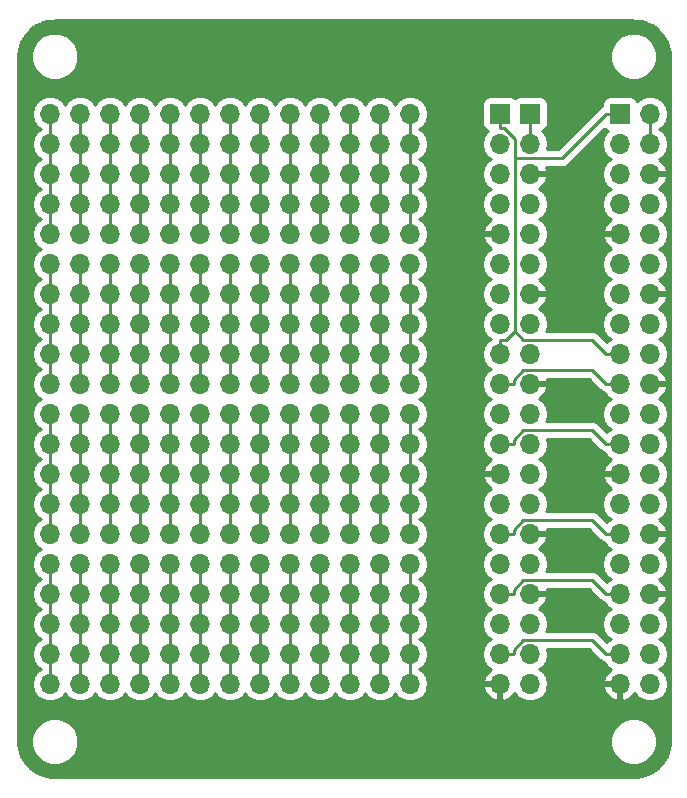
<source format=gtl>
G04 #@! TF.GenerationSoftware,KiCad,Pcbnew,5.0.0-rc1-44a33f2~62~ubuntu17.10.1*
G04 #@! TF.CreationDate,2018-04-10T00:15:36+09:00*
G04 #@! TF.ProjectId,RaspiUniversalHat,5261737069556E6976657273616C4861,rev?*
G04 #@! TF.SameCoordinates,Original*
G04 #@! TF.FileFunction,Copper,L1,Top,Signal*
G04 #@! TF.FilePolarity,Positive*
%FSLAX46Y46*%
G04 Gerber Fmt 4.6, Leading zero omitted, Abs format (unit mm)*
G04 Created by KiCad (PCBNEW 5.0.0-rc1-44a33f2~62~ubuntu17.10.1) date Tue Apr 10 00:15:36 2018*
%MOMM*%
%LPD*%
G01*
G04 APERTURE LIST*
%ADD10O,1.700000X1.700000*%
%ADD11R,1.700000X1.700000*%
%ADD12C,0.250000*%
%ADD13C,0.254000*%
G04 APERTURE END LIST*
D10*
X80772000Y-114300000D03*
X80772000Y-116840000D03*
X80772000Y-119380000D03*
X80772000Y-121920000D03*
X80772000Y-124460000D03*
D11*
X123952000Y-76200000D03*
D10*
X126492000Y-76200000D03*
X123952000Y-78740000D03*
X126492000Y-78740000D03*
X123952000Y-81280000D03*
X126492000Y-81280000D03*
X123952000Y-83820000D03*
X126492000Y-83820000D03*
X123952000Y-86360000D03*
X126492000Y-86360000D03*
X123952000Y-88900000D03*
X126492000Y-88900000D03*
X123952000Y-91440000D03*
X126492000Y-91440000D03*
X123952000Y-93980000D03*
X126492000Y-93980000D03*
X123952000Y-96520000D03*
X126492000Y-96520000D03*
X123952000Y-99060000D03*
X126492000Y-99060000D03*
X123952000Y-101600000D03*
X126492000Y-101600000D03*
X123952000Y-104140000D03*
X126492000Y-104140000D03*
X123952000Y-106680000D03*
X126492000Y-106680000D03*
X123952000Y-109220000D03*
X126492000Y-109220000D03*
X123952000Y-111760000D03*
X126492000Y-111760000D03*
X123952000Y-114300000D03*
X126492000Y-114300000D03*
X123952000Y-116840000D03*
X126492000Y-116840000D03*
X123952000Y-119380000D03*
X126492000Y-119380000D03*
X123952000Y-121920000D03*
X126492000Y-121920000D03*
X123952000Y-124460000D03*
X126492000Y-124460000D03*
X93472000Y-124460000D03*
X93472000Y-121920000D03*
X93472000Y-119380000D03*
X93472000Y-116840000D03*
X93472000Y-114300000D03*
X101092000Y-76200000D03*
X101092000Y-78740000D03*
X101092000Y-81280000D03*
X101092000Y-83820000D03*
X101092000Y-86360000D03*
X90932000Y-114300000D03*
X90932000Y-116840000D03*
X90932000Y-119380000D03*
X90932000Y-121920000D03*
X90932000Y-124460000D03*
X75692000Y-86360000D03*
X75692000Y-83820000D03*
X75692000Y-81280000D03*
X75692000Y-78740000D03*
X75692000Y-76200000D03*
X98552000Y-86360000D03*
X98552000Y-83820000D03*
X98552000Y-81280000D03*
X98552000Y-78740000D03*
X98552000Y-76200000D03*
X96012000Y-76200000D03*
X96012000Y-78740000D03*
X96012000Y-81280000D03*
X96012000Y-83820000D03*
X96012000Y-86360000D03*
X98552000Y-124460000D03*
X98552000Y-121920000D03*
X98552000Y-119380000D03*
X98552000Y-116840000D03*
X98552000Y-114300000D03*
X93472000Y-86360000D03*
X93472000Y-83820000D03*
X93472000Y-81280000D03*
X93472000Y-78740000D03*
X93472000Y-76200000D03*
X75692000Y-114300000D03*
X75692000Y-116840000D03*
X75692000Y-119380000D03*
X75692000Y-121920000D03*
X75692000Y-124460000D03*
X96012000Y-124460000D03*
X96012000Y-121920000D03*
X96012000Y-119380000D03*
X96012000Y-116840000D03*
X96012000Y-114300000D03*
X90932000Y-86360000D03*
X90932000Y-83820000D03*
X90932000Y-81280000D03*
X90932000Y-78740000D03*
X90932000Y-76200000D03*
X88392000Y-76200000D03*
X88392000Y-78740000D03*
X88392000Y-81280000D03*
X88392000Y-83820000D03*
X88392000Y-86360000D03*
X85852000Y-86360000D03*
X85852000Y-83820000D03*
X85852000Y-81280000D03*
X85852000Y-78740000D03*
X85852000Y-76200000D03*
X83312000Y-76200000D03*
X83312000Y-78740000D03*
X83312000Y-81280000D03*
X83312000Y-83820000D03*
X83312000Y-86360000D03*
X85852000Y-124460000D03*
X85852000Y-121920000D03*
X85852000Y-119380000D03*
X85852000Y-116840000D03*
X85852000Y-114300000D03*
X75692000Y-88900000D03*
X75692000Y-91440000D03*
X75692000Y-93980000D03*
X75692000Y-96520000D03*
X75692000Y-99060000D03*
X78232000Y-99060000D03*
X78232000Y-96520000D03*
X78232000Y-93980000D03*
X78232000Y-91440000D03*
X78232000Y-88900000D03*
X78232000Y-114300000D03*
X78232000Y-116840000D03*
X78232000Y-119380000D03*
X78232000Y-121920000D03*
X78232000Y-124460000D03*
X83312000Y-114300000D03*
X83312000Y-116840000D03*
X83312000Y-119380000D03*
X83312000Y-121920000D03*
X83312000Y-124460000D03*
X103632000Y-114300000D03*
X103632000Y-116840000D03*
X103632000Y-119380000D03*
X103632000Y-121920000D03*
X103632000Y-124460000D03*
X75692000Y-101600000D03*
X75692000Y-104140000D03*
X75692000Y-106680000D03*
X75692000Y-109220000D03*
X75692000Y-111760000D03*
X101092000Y-124460000D03*
X101092000Y-121920000D03*
X101092000Y-119380000D03*
X101092000Y-116840000D03*
X101092000Y-114300000D03*
X83312000Y-88900000D03*
X83312000Y-91440000D03*
X83312000Y-93980000D03*
X83312000Y-96520000D03*
X83312000Y-99060000D03*
X106172000Y-124460000D03*
X106172000Y-121920000D03*
X106172000Y-119380000D03*
X106172000Y-116840000D03*
X106172000Y-114300000D03*
X80772000Y-101600000D03*
X80772000Y-104140000D03*
X80772000Y-106680000D03*
X80772000Y-109220000D03*
X80772000Y-111760000D03*
X88392000Y-124460000D03*
X88392000Y-121920000D03*
X88392000Y-119380000D03*
X88392000Y-116840000D03*
X88392000Y-114300000D03*
X85852000Y-88900000D03*
X85852000Y-91440000D03*
X85852000Y-93980000D03*
X85852000Y-96520000D03*
X85852000Y-99060000D03*
X101092000Y-88900000D03*
X101092000Y-91440000D03*
X101092000Y-93980000D03*
X101092000Y-96520000D03*
X101092000Y-99060000D03*
X93472000Y-101600000D03*
X93472000Y-104140000D03*
X93472000Y-106680000D03*
X93472000Y-109220000D03*
X93472000Y-111760000D03*
X78232000Y-111760000D03*
X78232000Y-109220000D03*
X78232000Y-106680000D03*
X78232000Y-104140000D03*
X78232000Y-101600000D03*
X80772000Y-76200000D03*
X80772000Y-78740000D03*
X80772000Y-81280000D03*
X80772000Y-83820000D03*
X80772000Y-86360000D03*
X103632000Y-99060000D03*
X103632000Y-96520000D03*
X103632000Y-93980000D03*
X103632000Y-91440000D03*
X103632000Y-88900000D03*
X78232000Y-76200000D03*
X78232000Y-78740000D03*
X78232000Y-81280000D03*
X78232000Y-83820000D03*
X78232000Y-86360000D03*
X83312000Y-111760000D03*
X83312000Y-109220000D03*
X83312000Y-106680000D03*
X83312000Y-104140000D03*
X83312000Y-101600000D03*
X90932000Y-101600000D03*
X90932000Y-104140000D03*
X90932000Y-106680000D03*
X90932000Y-109220000D03*
X90932000Y-111760000D03*
X106172000Y-99060000D03*
X106172000Y-96520000D03*
X106172000Y-93980000D03*
X106172000Y-91440000D03*
X106172000Y-88900000D03*
X96012000Y-111760000D03*
X96012000Y-109220000D03*
X96012000Y-106680000D03*
X96012000Y-104140000D03*
X96012000Y-101600000D03*
X85852000Y-111760000D03*
X85852000Y-109220000D03*
X85852000Y-106680000D03*
X85852000Y-104140000D03*
X85852000Y-101600000D03*
X93472000Y-88900000D03*
X93472000Y-91440000D03*
X93472000Y-93980000D03*
X93472000Y-96520000D03*
X93472000Y-99060000D03*
X90932000Y-99060000D03*
X90932000Y-96520000D03*
X90932000Y-93980000D03*
X90932000Y-91440000D03*
X90932000Y-88900000D03*
X101092000Y-101600000D03*
X101092000Y-104140000D03*
X101092000Y-106680000D03*
X101092000Y-109220000D03*
X101092000Y-111760000D03*
X96012000Y-99060000D03*
X96012000Y-96520000D03*
X96012000Y-93980000D03*
X96012000Y-91440000D03*
X96012000Y-88900000D03*
X88392000Y-111760000D03*
X88392000Y-109220000D03*
X88392000Y-106680000D03*
X88392000Y-104140000D03*
X88392000Y-101600000D03*
X106172000Y-111760000D03*
X106172000Y-109220000D03*
X106172000Y-106680000D03*
X106172000Y-104140000D03*
X106172000Y-101600000D03*
X98552000Y-111760000D03*
X98552000Y-109220000D03*
X98552000Y-106680000D03*
X98552000Y-104140000D03*
X98552000Y-101600000D03*
X98552000Y-99060000D03*
X98552000Y-96520000D03*
X98552000Y-93980000D03*
X98552000Y-91440000D03*
X98552000Y-88900000D03*
X80772000Y-88900000D03*
X80772000Y-91440000D03*
X80772000Y-93980000D03*
X80772000Y-96520000D03*
X80772000Y-99060000D03*
X103632000Y-111760000D03*
X103632000Y-109220000D03*
X103632000Y-106680000D03*
X103632000Y-104140000D03*
X103632000Y-101600000D03*
X88392000Y-88900000D03*
X88392000Y-91440000D03*
X88392000Y-93980000D03*
X88392000Y-96520000D03*
X88392000Y-99060000D03*
D11*
X113792000Y-76200000D03*
D10*
X113792000Y-78740000D03*
X113792000Y-81280000D03*
X113792000Y-83820000D03*
X113792000Y-86360000D03*
X113792000Y-88900000D03*
X113792000Y-91440000D03*
X113792000Y-93980000D03*
X113792000Y-96520000D03*
X113792000Y-99060000D03*
X113792000Y-101600000D03*
X113792000Y-104140000D03*
X113792000Y-106680000D03*
X113792000Y-109220000D03*
X113792000Y-111760000D03*
X113792000Y-114300000D03*
X113792000Y-116840000D03*
X113792000Y-119380000D03*
X113792000Y-121920000D03*
X113792000Y-124460000D03*
X116332000Y-124460000D03*
X116332000Y-121920000D03*
X116332000Y-119380000D03*
X116332000Y-116840000D03*
X116332000Y-114300000D03*
X116332000Y-111760000D03*
X116332000Y-109220000D03*
X116332000Y-106680000D03*
X116332000Y-104140000D03*
X116332000Y-101600000D03*
X116332000Y-99060000D03*
X116332000Y-96520000D03*
X116332000Y-93980000D03*
X116332000Y-91440000D03*
X116332000Y-88900000D03*
X116332000Y-86360000D03*
X116332000Y-83820000D03*
X116332000Y-81280000D03*
X116332000Y-78740000D03*
D11*
X116332000Y-76200000D03*
D10*
X106172000Y-76200000D03*
X106172000Y-78740000D03*
X106172000Y-81280000D03*
X106172000Y-83820000D03*
X106172000Y-86360000D03*
X103632000Y-76200000D03*
X103632000Y-78740000D03*
X103632000Y-81280000D03*
X103632000Y-83820000D03*
X103632000Y-86360000D03*
D12*
X121601400Y-120744700D02*
X122776700Y-121920000D01*
X115775300Y-120744700D02*
X121601400Y-120744700D01*
X114967300Y-121552700D02*
X115775300Y-120744700D01*
X114967300Y-121920000D02*
X114967300Y-121552700D01*
X113792000Y-121920000D02*
X114967300Y-121920000D01*
X123952000Y-121920000D02*
X122776700Y-121920000D01*
X113792000Y-96520000D02*
X113792000Y-95344700D01*
X123952000Y-96520000D02*
X122776700Y-96520000D01*
X113792000Y-76200000D02*
X113792000Y-77375300D01*
X121601400Y-95344700D02*
X122776700Y-96520000D01*
X115775400Y-95344700D02*
X121601400Y-95344700D01*
X115023700Y-94593000D02*
X115775400Y-95344700D01*
X114272000Y-95344700D02*
X115023700Y-94593000D01*
X113792000Y-95344700D02*
X114272000Y-95344700D01*
X123952000Y-76200000D02*
X122776700Y-76200000D01*
X119020000Y-79956700D02*
X122776700Y-76200000D01*
X115023700Y-79956700D02*
X119020000Y-79956700D01*
X115023700Y-94593000D02*
X115023700Y-79956700D01*
X114096000Y-77375300D02*
X113792000Y-77375300D01*
X115023700Y-78303000D02*
X114096000Y-77375300D01*
X115023700Y-79956700D02*
X115023700Y-78303000D01*
X121601400Y-97884700D02*
X122776700Y-99060000D01*
X115775300Y-97884700D02*
X121601400Y-97884700D01*
X114967300Y-98692700D02*
X115775300Y-97884700D01*
X114967300Y-99060000D02*
X114967300Y-98692700D01*
X113792000Y-99060000D02*
X114967300Y-99060000D01*
X123952000Y-99060000D02*
X122776700Y-99060000D01*
X121601400Y-102964700D02*
X122776700Y-104140000D01*
X115775300Y-102964700D02*
X121601400Y-102964700D01*
X114967300Y-103772700D02*
X115775300Y-102964700D01*
X114967300Y-104140000D02*
X114967300Y-103772700D01*
X113792000Y-104140000D02*
X114967300Y-104140000D01*
X123952000Y-104140000D02*
X122776700Y-104140000D01*
X121601400Y-110584700D02*
X122776700Y-111760000D01*
X115775300Y-110584700D02*
X121601400Y-110584700D01*
X114967300Y-111392700D02*
X115775300Y-110584700D01*
X114967300Y-111760000D02*
X114967300Y-111392700D01*
X113792000Y-111760000D02*
X114967300Y-111760000D01*
X123952000Y-111760000D02*
X122776700Y-111760000D01*
X121601400Y-115664700D02*
X122776700Y-116840000D01*
X115775300Y-115664700D02*
X121601400Y-115664700D01*
X114967300Y-116472700D02*
X115775300Y-115664700D01*
X114967300Y-116840000D02*
X114967300Y-116472700D01*
X113792000Y-116840000D02*
X114967300Y-116840000D01*
X123952000Y-116840000D02*
X122776700Y-116840000D01*
X116332000Y-76200000D02*
X116332000Y-78740000D01*
X126492000Y-78740000D02*
X126492000Y-76200000D01*
X106172000Y-86360000D02*
X106172000Y-83820000D01*
X106172000Y-83820000D02*
X106172000Y-81280000D01*
X106172000Y-81280000D02*
X106172000Y-78740000D01*
X106172000Y-78740000D02*
X106172000Y-76200000D01*
X103632000Y-86360000D02*
X103632000Y-83820000D01*
X103632000Y-83820000D02*
X103632000Y-81280000D01*
X103632000Y-81280000D02*
X103632000Y-78740000D01*
X103632000Y-78740000D02*
X103632000Y-76200000D01*
X93472000Y-114300000D02*
X93472000Y-116840000D01*
X93472000Y-116840000D02*
X93472000Y-119380000D01*
X93472000Y-119380000D02*
X93472000Y-121920000D01*
X93472000Y-121920000D02*
X93472000Y-124460000D01*
X101092000Y-86360000D02*
X101092000Y-83820000D01*
X101092000Y-83820000D02*
X101092000Y-81280000D01*
X101092000Y-81280000D02*
X101092000Y-78740000D01*
X101092000Y-78740000D02*
X101092000Y-76200000D01*
X90932000Y-124460000D02*
X90932000Y-121920000D01*
X90932000Y-121920000D02*
X90932000Y-119380000D01*
X90932000Y-119380000D02*
X90932000Y-116840000D01*
X90932000Y-116840000D02*
X90932000Y-114300000D01*
X75692000Y-76200000D02*
X75692000Y-78740000D01*
X75692000Y-78740000D02*
X75692000Y-81280000D01*
X75692000Y-81280000D02*
X75692000Y-83820000D01*
X75692000Y-83820000D02*
X75692000Y-86360000D01*
X98552000Y-76200000D02*
X98552000Y-78740000D01*
X98552000Y-78740000D02*
X98552000Y-81280000D01*
X98552000Y-81280000D02*
X98552000Y-83820000D01*
X98552000Y-83820000D02*
X98552000Y-86360000D01*
X96012000Y-86360000D02*
X96012000Y-83820000D01*
X96012000Y-83820000D02*
X96012000Y-81280000D01*
X96012000Y-81280000D02*
X96012000Y-78740000D01*
X96012000Y-78740000D02*
X96012000Y-76200000D01*
X98552000Y-114300000D02*
X98552000Y-116840000D01*
X98552000Y-116840000D02*
X98552000Y-119380000D01*
X98552000Y-119380000D02*
X98552000Y-121920000D01*
X98552000Y-121920000D02*
X98552000Y-124460000D01*
X93472000Y-76200000D02*
X93472000Y-78740000D01*
X93472000Y-78740000D02*
X93472000Y-81280000D01*
X93472000Y-81280000D02*
X93472000Y-83820000D01*
X93472000Y-83820000D02*
X93472000Y-86360000D01*
X75692000Y-124460000D02*
X75692000Y-121920000D01*
X75692000Y-121920000D02*
X75692000Y-119380000D01*
X75692000Y-119380000D02*
X75692000Y-116840000D01*
X75692000Y-116840000D02*
X75692000Y-114300000D01*
X96012000Y-114300000D02*
X96012000Y-116840000D01*
X96012000Y-116840000D02*
X96012000Y-119380000D01*
X96012000Y-119380000D02*
X96012000Y-121920000D01*
X96012000Y-121920000D02*
X96012000Y-124460000D01*
X80772000Y-124460000D02*
X80772000Y-121920000D01*
X80772000Y-121920000D02*
X80772000Y-119380000D01*
X80772000Y-119380000D02*
X80772000Y-116840000D01*
X80772000Y-116840000D02*
X80772000Y-114300000D01*
X90932000Y-76200000D02*
X90932000Y-78740000D01*
X90932000Y-78740000D02*
X90932000Y-81280000D01*
X90932000Y-81280000D02*
X90932000Y-83820000D01*
X90932000Y-83820000D02*
X90932000Y-86360000D01*
X88392000Y-86360000D02*
X88392000Y-83820000D01*
X88392000Y-83820000D02*
X88392000Y-81280000D01*
X88392000Y-81280000D02*
X88392000Y-78740000D01*
X88392000Y-78740000D02*
X88392000Y-76200000D01*
X85852000Y-76200000D02*
X85852000Y-78740000D01*
X85852000Y-78740000D02*
X85852000Y-81280000D01*
X85852000Y-81280000D02*
X85852000Y-83820000D01*
X85852000Y-83820000D02*
X85852000Y-86360000D01*
X83312000Y-86360000D02*
X83312000Y-83820000D01*
X83312000Y-83820000D02*
X83312000Y-81280000D01*
X83312000Y-81280000D02*
X83312000Y-78740000D01*
X83312000Y-78740000D02*
X83312000Y-76200000D01*
X85852000Y-114300000D02*
X85852000Y-116840000D01*
X85852000Y-116840000D02*
X85852000Y-119380000D01*
X85852000Y-119380000D02*
X85852000Y-121920000D01*
X85852000Y-121920000D02*
X85852000Y-124460000D01*
X75692000Y-99060000D02*
X75692000Y-96520000D01*
X75692000Y-96520000D02*
X75692000Y-93980000D01*
X75692000Y-93980000D02*
X75692000Y-91440000D01*
X75692000Y-91440000D02*
X75692000Y-88900000D01*
X78232000Y-88900000D02*
X78232000Y-91440000D01*
X78232000Y-91440000D02*
X78232000Y-93980000D01*
X78232000Y-93980000D02*
X78232000Y-96520000D01*
X78232000Y-96520000D02*
X78232000Y-99060000D01*
X78232000Y-124460000D02*
X78232000Y-121920000D01*
X78232000Y-121920000D02*
X78232000Y-119380000D01*
X78232000Y-119380000D02*
X78232000Y-116840000D01*
X78232000Y-116840000D02*
X78232000Y-114300000D01*
X83312000Y-124460000D02*
X83312000Y-121920000D01*
X83312000Y-121920000D02*
X83312000Y-119380000D01*
X83312000Y-119380000D02*
X83312000Y-116840000D01*
X83312000Y-116840000D02*
X83312000Y-114300000D01*
X103632000Y-124460000D02*
X103632000Y-121920000D01*
X103632000Y-121920000D02*
X103632000Y-119380000D01*
X103632000Y-119380000D02*
X103632000Y-116840000D01*
X103632000Y-116840000D02*
X103632000Y-114300000D01*
X75692000Y-111760000D02*
X75692000Y-109220000D01*
X75692000Y-109220000D02*
X75692000Y-106680000D01*
X75692000Y-106680000D02*
X75692000Y-104140000D01*
X75692000Y-104140000D02*
X75692000Y-101600000D01*
X101092000Y-114300000D02*
X101092000Y-116840000D01*
X101092000Y-116840000D02*
X101092000Y-119380000D01*
X101092000Y-119380000D02*
X101092000Y-121920000D01*
X101092000Y-121920000D02*
X101092000Y-124460000D01*
X83312000Y-99060000D02*
X83312000Y-96520000D01*
X83312000Y-96520000D02*
X83312000Y-93980000D01*
X83312000Y-93980000D02*
X83312000Y-91440000D01*
X83312000Y-91440000D02*
X83312000Y-88900000D01*
X106172000Y-114300000D02*
X106172000Y-116840000D01*
X106172000Y-116840000D02*
X106172000Y-119380000D01*
X106172000Y-119380000D02*
X106172000Y-121920000D01*
X106172000Y-121920000D02*
X106172000Y-124460000D01*
X80772000Y-111760000D02*
X80772000Y-109220000D01*
X80772000Y-109220000D02*
X80772000Y-106680000D01*
X80772000Y-106680000D02*
X80772000Y-104140000D01*
X80772000Y-104140000D02*
X80772000Y-101600000D01*
X88392000Y-114300000D02*
X88392000Y-116840000D01*
X88392000Y-116840000D02*
X88392000Y-119380000D01*
X88392000Y-119380000D02*
X88392000Y-121920000D01*
X88392000Y-121920000D02*
X88392000Y-124460000D01*
X85852000Y-99060000D02*
X85852000Y-96520000D01*
X85852000Y-96520000D02*
X85852000Y-93980000D01*
X85852000Y-93980000D02*
X85852000Y-91440000D01*
X85852000Y-91440000D02*
X85852000Y-88900000D01*
X101092000Y-99060000D02*
X101092000Y-96520000D01*
X101092000Y-96520000D02*
X101092000Y-93980000D01*
X101092000Y-93980000D02*
X101092000Y-91440000D01*
X101092000Y-91440000D02*
X101092000Y-88900000D01*
X93472000Y-111760000D02*
X93472000Y-109220000D01*
X93472000Y-109220000D02*
X93472000Y-106680000D01*
X93472000Y-106680000D02*
X93472000Y-104140000D01*
X93472000Y-104140000D02*
X93472000Y-101600000D01*
X78232000Y-101600000D02*
X78232000Y-104140000D01*
X78232000Y-104140000D02*
X78232000Y-106680000D01*
X78232000Y-106680000D02*
X78232000Y-109220000D01*
X78232000Y-109220000D02*
X78232000Y-111760000D01*
X80772000Y-86360000D02*
X80772000Y-83820000D01*
X80772000Y-83820000D02*
X80772000Y-81280000D01*
X80772000Y-81280000D02*
X80772000Y-78740000D01*
X80772000Y-78740000D02*
X80772000Y-76200000D01*
X103632000Y-88900000D02*
X103632000Y-91440000D01*
X103632000Y-91440000D02*
X103632000Y-93980000D01*
X103632000Y-93980000D02*
X103632000Y-96520000D01*
X103632000Y-96520000D02*
X103632000Y-99060000D01*
X78232000Y-86360000D02*
X78232000Y-83820000D01*
X78232000Y-83820000D02*
X78232000Y-81280000D01*
X78232000Y-81280000D02*
X78232000Y-78740000D01*
X78232000Y-78740000D02*
X78232000Y-76200000D01*
X83312000Y-101600000D02*
X83312000Y-104140000D01*
X83312000Y-104140000D02*
X83312000Y-106680000D01*
X83312000Y-106680000D02*
X83312000Y-109220000D01*
X83312000Y-109220000D02*
X83312000Y-111760000D01*
X90932000Y-111760000D02*
X90932000Y-109220000D01*
X90932000Y-109220000D02*
X90932000Y-106680000D01*
X90932000Y-106680000D02*
X90932000Y-104140000D01*
X90932000Y-104140000D02*
X90932000Y-101600000D01*
X106172000Y-88900000D02*
X106172000Y-91440000D01*
X106172000Y-91440000D02*
X106172000Y-93980000D01*
X106172000Y-93980000D02*
X106172000Y-96520000D01*
X106172000Y-96520000D02*
X106172000Y-99060000D01*
X96012000Y-101600000D02*
X96012000Y-104140000D01*
X96012000Y-104140000D02*
X96012000Y-106680000D01*
X96012000Y-106680000D02*
X96012000Y-109220000D01*
X96012000Y-109220000D02*
X96012000Y-111760000D01*
X85852000Y-101600000D02*
X85852000Y-104140000D01*
X85852000Y-104140000D02*
X85852000Y-106680000D01*
X85852000Y-106680000D02*
X85852000Y-109220000D01*
X85852000Y-109220000D02*
X85852000Y-111760000D01*
X93472000Y-99060000D02*
X93472000Y-96520000D01*
X93472000Y-96520000D02*
X93472000Y-93980000D01*
X93472000Y-93980000D02*
X93472000Y-91440000D01*
X93472000Y-91440000D02*
X93472000Y-88900000D01*
X90932000Y-88900000D02*
X90932000Y-91440000D01*
X90932000Y-91440000D02*
X90932000Y-93980000D01*
X90932000Y-93980000D02*
X90932000Y-96520000D01*
X90932000Y-96520000D02*
X90932000Y-99060000D01*
X101092000Y-111760000D02*
X101092000Y-109220000D01*
X101092000Y-109220000D02*
X101092000Y-106680000D01*
X101092000Y-106680000D02*
X101092000Y-104140000D01*
X101092000Y-104140000D02*
X101092000Y-101600000D01*
X96012000Y-88900000D02*
X96012000Y-91440000D01*
X96012000Y-91440000D02*
X96012000Y-93980000D01*
X96012000Y-93980000D02*
X96012000Y-96520000D01*
X96012000Y-96520000D02*
X96012000Y-99060000D01*
X88392000Y-101600000D02*
X88392000Y-104140000D01*
X88392000Y-104140000D02*
X88392000Y-106680000D01*
X88392000Y-106680000D02*
X88392000Y-109220000D01*
X88392000Y-109220000D02*
X88392000Y-111760000D01*
X106172000Y-101600000D02*
X106172000Y-104140000D01*
X106172000Y-104140000D02*
X106172000Y-106680000D01*
X106172000Y-106680000D02*
X106172000Y-109220000D01*
X106172000Y-109220000D02*
X106172000Y-111760000D01*
X98552000Y-101600000D02*
X98552000Y-104140000D01*
X98552000Y-104140000D02*
X98552000Y-106680000D01*
X98552000Y-106680000D02*
X98552000Y-109220000D01*
X98552000Y-109220000D02*
X98552000Y-111760000D01*
X98552000Y-88900000D02*
X98552000Y-91440000D01*
X98552000Y-91440000D02*
X98552000Y-93980000D01*
X98552000Y-93980000D02*
X98552000Y-96520000D01*
X98552000Y-96520000D02*
X98552000Y-99060000D01*
X80772000Y-99060000D02*
X80772000Y-96520000D01*
X80772000Y-96520000D02*
X80772000Y-93980000D01*
X80772000Y-93980000D02*
X80772000Y-91440000D01*
X80772000Y-91440000D02*
X80772000Y-88900000D01*
X103632000Y-101600000D02*
X103632000Y-104140000D01*
X103632000Y-104140000D02*
X103632000Y-106680000D01*
X103632000Y-106680000D02*
X103632000Y-109220000D01*
X103632000Y-109220000D02*
X103632000Y-111760000D01*
X88392000Y-99060000D02*
X88392000Y-96520000D01*
X88392000Y-96520000D02*
X88392000Y-93980000D01*
X88392000Y-93980000D02*
X88392000Y-91440000D01*
X88392000Y-91440000D02*
X88392000Y-88900000D01*
D13*
G36*
X124980020Y-68289951D02*
X125056532Y-68297993D01*
X125416322Y-68316849D01*
X125734123Y-68367184D01*
X126044918Y-68450462D01*
X126345306Y-68565770D01*
X126631999Y-68711847D01*
X126901853Y-68887093D01*
X127151903Y-69089579D01*
X127379424Y-69317101D01*
X127581910Y-69567151D01*
X127757153Y-69837001D01*
X127903229Y-70123691D01*
X128018541Y-70424090D01*
X128101816Y-70734876D01*
X128152151Y-71052678D01*
X128170000Y-71393254D01*
X128170001Y-129266727D01*
X128152151Y-129607322D01*
X128101816Y-129925124D01*
X128018541Y-130235910D01*
X127903229Y-130536309D01*
X127757153Y-130822999D01*
X127581910Y-131092849D01*
X127379424Y-131342899D01*
X127151903Y-131570421D01*
X126901853Y-131772907D01*
X126631999Y-131948153D01*
X126345306Y-132094230D01*
X126044918Y-132209538D01*
X125734123Y-132292816D01*
X125416322Y-132343151D01*
X125056532Y-132362007D01*
X124980020Y-132370049D01*
X124904979Y-132386000D01*
X76263021Y-132386000D01*
X76187980Y-132370049D01*
X76111468Y-132362007D01*
X75751678Y-132343151D01*
X75433876Y-132292816D01*
X75123090Y-132209541D01*
X74822691Y-132094229D01*
X74536001Y-131948153D01*
X74266151Y-131772910D01*
X74016101Y-131570424D01*
X73788579Y-131342903D01*
X73586093Y-131092853D01*
X73410847Y-130822999D01*
X73264770Y-130536306D01*
X73149462Y-130235918D01*
X73066184Y-129925123D01*
X73015849Y-129607322D01*
X72996993Y-129247532D01*
X72988951Y-129171020D01*
X72973000Y-129095979D01*
X72973000Y-128935159D01*
X74110000Y-128935159D01*
X74110000Y-129724841D01*
X74412199Y-130454412D01*
X74970588Y-131012801D01*
X75700159Y-131315000D01*
X76489841Y-131315000D01*
X77219412Y-131012801D01*
X77777801Y-130454412D01*
X78080000Y-129724841D01*
X78080000Y-128935159D01*
X123110000Y-128935159D01*
X123110000Y-129724841D01*
X123412199Y-130454412D01*
X123970588Y-131012801D01*
X124700159Y-131315000D01*
X125489841Y-131315000D01*
X126219412Y-131012801D01*
X126777801Y-130454412D01*
X127080000Y-129724841D01*
X127080000Y-128935159D01*
X126777801Y-128205588D01*
X126219412Y-127647199D01*
X125489841Y-127345000D01*
X124700159Y-127345000D01*
X123970588Y-127647199D01*
X123412199Y-128205588D01*
X123110000Y-128935159D01*
X78080000Y-128935159D01*
X77777801Y-128205588D01*
X77219412Y-127647199D01*
X76489841Y-127345000D01*
X75700159Y-127345000D01*
X74970588Y-127647199D01*
X74412199Y-128205588D01*
X74110000Y-128935159D01*
X72973000Y-128935159D01*
X72973000Y-76200000D01*
X74177908Y-76200000D01*
X74293161Y-76779418D01*
X74621375Y-77270625D01*
X74919761Y-77470000D01*
X74621375Y-77669375D01*
X74293161Y-78160582D01*
X74177908Y-78740000D01*
X74293161Y-79319418D01*
X74621375Y-79810625D01*
X74919761Y-80010000D01*
X74621375Y-80209375D01*
X74293161Y-80700582D01*
X74177908Y-81280000D01*
X74293161Y-81859418D01*
X74621375Y-82350625D01*
X74919761Y-82550000D01*
X74621375Y-82749375D01*
X74293161Y-83240582D01*
X74177908Y-83820000D01*
X74293161Y-84399418D01*
X74621375Y-84890625D01*
X74919761Y-85090000D01*
X74621375Y-85289375D01*
X74293161Y-85780582D01*
X74177908Y-86360000D01*
X74293161Y-86939418D01*
X74621375Y-87430625D01*
X74919761Y-87630000D01*
X74621375Y-87829375D01*
X74293161Y-88320582D01*
X74177908Y-88900000D01*
X74293161Y-89479418D01*
X74621375Y-89970625D01*
X74919761Y-90170000D01*
X74621375Y-90369375D01*
X74293161Y-90860582D01*
X74177908Y-91440000D01*
X74293161Y-92019418D01*
X74621375Y-92510625D01*
X74919761Y-92710000D01*
X74621375Y-92909375D01*
X74293161Y-93400582D01*
X74177908Y-93980000D01*
X74293161Y-94559418D01*
X74621375Y-95050625D01*
X74919761Y-95250000D01*
X74621375Y-95449375D01*
X74293161Y-95940582D01*
X74177908Y-96520000D01*
X74293161Y-97099418D01*
X74621375Y-97590625D01*
X74919761Y-97790000D01*
X74621375Y-97989375D01*
X74293161Y-98480582D01*
X74177908Y-99060000D01*
X74293161Y-99639418D01*
X74621375Y-100130625D01*
X74919761Y-100330000D01*
X74621375Y-100529375D01*
X74293161Y-101020582D01*
X74177908Y-101600000D01*
X74293161Y-102179418D01*
X74621375Y-102670625D01*
X74919761Y-102870000D01*
X74621375Y-103069375D01*
X74293161Y-103560582D01*
X74177908Y-104140000D01*
X74293161Y-104719418D01*
X74621375Y-105210625D01*
X74919761Y-105410000D01*
X74621375Y-105609375D01*
X74293161Y-106100582D01*
X74177908Y-106680000D01*
X74293161Y-107259418D01*
X74621375Y-107750625D01*
X74919761Y-107950000D01*
X74621375Y-108149375D01*
X74293161Y-108640582D01*
X74177908Y-109220000D01*
X74293161Y-109799418D01*
X74621375Y-110290625D01*
X74919761Y-110490000D01*
X74621375Y-110689375D01*
X74293161Y-111180582D01*
X74177908Y-111760000D01*
X74293161Y-112339418D01*
X74621375Y-112830625D01*
X74919761Y-113030000D01*
X74621375Y-113229375D01*
X74293161Y-113720582D01*
X74177908Y-114300000D01*
X74293161Y-114879418D01*
X74621375Y-115370625D01*
X74919761Y-115570000D01*
X74621375Y-115769375D01*
X74293161Y-116260582D01*
X74177908Y-116840000D01*
X74293161Y-117419418D01*
X74621375Y-117910625D01*
X74919761Y-118110000D01*
X74621375Y-118309375D01*
X74293161Y-118800582D01*
X74177908Y-119380000D01*
X74293161Y-119959418D01*
X74621375Y-120450625D01*
X74919761Y-120650000D01*
X74621375Y-120849375D01*
X74293161Y-121340582D01*
X74177908Y-121920000D01*
X74293161Y-122499418D01*
X74621375Y-122990625D01*
X74919761Y-123190000D01*
X74621375Y-123389375D01*
X74293161Y-123880582D01*
X74177908Y-124460000D01*
X74293161Y-125039418D01*
X74621375Y-125530625D01*
X75112582Y-125858839D01*
X75545744Y-125945000D01*
X75838256Y-125945000D01*
X76271418Y-125858839D01*
X76762625Y-125530625D01*
X76962000Y-125232239D01*
X77161375Y-125530625D01*
X77652582Y-125858839D01*
X78085744Y-125945000D01*
X78378256Y-125945000D01*
X78811418Y-125858839D01*
X79302625Y-125530625D01*
X79502000Y-125232239D01*
X79701375Y-125530625D01*
X80192582Y-125858839D01*
X80625744Y-125945000D01*
X80918256Y-125945000D01*
X81351418Y-125858839D01*
X81842625Y-125530625D01*
X82042000Y-125232239D01*
X82241375Y-125530625D01*
X82732582Y-125858839D01*
X83165744Y-125945000D01*
X83458256Y-125945000D01*
X83891418Y-125858839D01*
X84382625Y-125530625D01*
X84582000Y-125232239D01*
X84781375Y-125530625D01*
X85272582Y-125858839D01*
X85705744Y-125945000D01*
X85998256Y-125945000D01*
X86431418Y-125858839D01*
X86922625Y-125530625D01*
X87122000Y-125232239D01*
X87321375Y-125530625D01*
X87812582Y-125858839D01*
X88245744Y-125945000D01*
X88538256Y-125945000D01*
X88971418Y-125858839D01*
X89462625Y-125530625D01*
X89662000Y-125232239D01*
X89861375Y-125530625D01*
X90352582Y-125858839D01*
X90785744Y-125945000D01*
X91078256Y-125945000D01*
X91511418Y-125858839D01*
X92002625Y-125530625D01*
X92202000Y-125232239D01*
X92401375Y-125530625D01*
X92892582Y-125858839D01*
X93325744Y-125945000D01*
X93618256Y-125945000D01*
X94051418Y-125858839D01*
X94542625Y-125530625D01*
X94742000Y-125232239D01*
X94941375Y-125530625D01*
X95432582Y-125858839D01*
X95865744Y-125945000D01*
X96158256Y-125945000D01*
X96591418Y-125858839D01*
X97082625Y-125530625D01*
X97282000Y-125232239D01*
X97481375Y-125530625D01*
X97972582Y-125858839D01*
X98405744Y-125945000D01*
X98698256Y-125945000D01*
X99131418Y-125858839D01*
X99622625Y-125530625D01*
X99822000Y-125232239D01*
X100021375Y-125530625D01*
X100512582Y-125858839D01*
X100945744Y-125945000D01*
X101238256Y-125945000D01*
X101671418Y-125858839D01*
X102162625Y-125530625D01*
X102362000Y-125232239D01*
X102561375Y-125530625D01*
X103052582Y-125858839D01*
X103485744Y-125945000D01*
X103778256Y-125945000D01*
X104211418Y-125858839D01*
X104702625Y-125530625D01*
X104902000Y-125232239D01*
X105101375Y-125530625D01*
X105592582Y-125858839D01*
X106025744Y-125945000D01*
X106318256Y-125945000D01*
X106751418Y-125858839D01*
X107242625Y-125530625D01*
X107570839Y-125039418D01*
X107615102Y-124816890D01*
X112350524Y-124816890D01*
X112520355Y-125226924D01*
X112910642Y-125655183D01*
X113435108Y-125901486D01*
X113665000Y-125780819D01*
X113665000Y-124587000D01*
X112471845Y-124587000D01*
X112350524Y-124816890D01*
X107615102Y-124816890D01*
X107686092Y-124460000D01*
X107570839Y-123880582D01*
X107242625Y-123389375D01*
X106944239Y-123190000D01*
X107242625Y-122990625D01*
X107570839Y-122499418D01*
X107686092Y-121920000D01*
X107570839Y-121340582D01*
X107242625Y-120849375D01*
X106944239Y-120650000D01*
X107242625Y-120450625D01*
X107570839Y-119959418D01*
X107686092Y-119380000D01*
X107570839Y-118800582D01*
X107242625Y-118309375D01*
X106944239Y-118110000D01*
X107242625Y-117910625D01*
X107570839Y-117419418D01*
X107686092Y-116840000D01*
X107570839Y-116260582D01*
X107242625Y-115769375D01*
X106944239Y-115570000D01*
X107242625Y-115370625D01*
X107570839Y-114879418D01*
X107686092Y-114300000D01*
X107570839Y-113720582D01*
X107242625Y-113229375D01*
X106944239Y-113030000D01*
X107242625Y-112830625D01*
X107570839Y-112339418D01*
X107686092Y-111760000D01*
X107570839Y-111180582D01*
X107242625Y-110689375D01*
X106944239Y-110490000D01*
X107242625Y-110290625D01*
X107570839Y-109799418D01*
X107686092Y-109220000D01*
X107570839Y-108640582D01*
X107242625Y-108149375D01*
X106944239Y-107950000D01*
X107242625Y-107750625D01*
X107570839Y-107259418D01*
X107686092Y-106680000D01*
X107570839Y-106100582D01*
X107242625Y-105609375D01*
X106944239Y-105410000D01*
X107242625Y-105210625D01*
X107570839Y-104719418D01*
X107686092Y-104140000D01*
X107570839Y-103560582D01*
X107242625Y-103069375D01*
X106944239Y-102870000D01*
X107242625Y-102670625D01*
X107570839Y-102179418D01*
X107686092Y-101600000D01*
X107570839Y-101020582D01*
X107242625Y-100529375D01*
X106944239Y-100330000D01*
X107242625Y-100130625D01*
X107570839Y-99639418D01*
X107686092Y-99060000D01*
X107570839Y-98480582D01*
X107242625Y-97989375D01*
X106944239Y-97790000D01*
X107242625Y-97590625D01*
X107570839Y-97099418D01*
X107686092Y-96520000D01*
X107570839Y-95940582D01*
X107242625Y-95449375D01*
X106944239Y-95250000D01*
X107242625Y-95050625D01*
X107570839Y-94559418D01*
X107686092Y-93980000D01*
X107570839Y-93400582D01*
X107242625Y-92909375D01*
X106944239Y-92710000D01*
X107242625Y-92510625D01*
X107570839Y-92019418D01*
X107686092Y-91440000D01*
X107570839Y-90860582D01*
X107242625Y-90369375D01*
X106944239Y-90170000D01*
X107242625Y-89970625D01*
X107570839Y-89479418D01*
X107686092Y-88900000D01*
X107570839Y-88320582D01*
X107242625Y-87829375D01*
X106944239Y-87630000D01*
X107242625Y-87430625D01*
X107570839Y-86939418D01*
X107686092Y-86360000D01*
X107570839Y-85780582D01*
X107242625Y-85289375D01*
X106944239Y-85090000D01*
X107242625Y-84890625D01*
X107570839Y-84399418D01*
X107686092Y-83820000D01*
X107570839Y-83240582D01*
X107242625Y-82749375D01*
X106944239Y-82550000D01*
X107242625Y-82350625D01*
X107570839Y-81859418D01*
X107686092Y-81280000D01*
X107570839Y-80700582D01*
X107242625Y-80209375D01*
X106944239Y-80010000D01*
X107242625Y-79810625D01*
X107570839Y-79319418D01*
X107686092Y-78740000D01*
X112277908Y-78740000D01*
X112393161Y-79319418D01*
X112721375Y-79810625D01*
X113019761Y-80010000D01*
X112721375Y-80209375D01*
X112393161Y-80700582D01*
X112277908Y-81280000D01*
X112393161Y-81859418D01*
X112721375Y-82350625D01*
X113019761Y-82550000D01*
X112721375Y-82749375D01*
X112393161Y-83240582D01*
X112277908Y-83820000D01*
X112393161Y-84399418D01*
X112721375Y-84890625D01*
X113040478Y-85103843D01*
X112910642Y-85164817D01*
X112520355Y-85593076D01*
X112350524Y-86003110D01*
X112471845Y-86233000D01*
X113665000Y-86233000D01*
X113665000Y-86213000D01*
X113919000Y-86213000D01*
X113919000Y-86233000D01*
X113939000Y-86233000D01*
X113939000Y-86487000D01*
X113919000Y-86487000D01*
X113919000Y-86507000D01*
X113665000Y-86507000D01*
X113665000Y-86487000D01*
X112471845Y-86487000D01*
X112350524Y-86716890D01*
X112520355Y-87126924D01*
X112910642Y-87555183D01*
X113040478Y-87616157D01*
X112721375Y-87829375D01*
X112393161Y-88320582D01*
X112277908Y-88900000D01*
X112393161Y-89479418D01*
X112721375Y-89970625D01*
X113019761Y-90170000D01*
X112721375Y-90369375D01*
X112393161Y-90860582D01*
X112277908Y-91440000D01*
X112393161Y-92019418D01*
X112721375Y-92510625D01*
X113019761Y-92710000D01*
X112721375Y-92909375D01*
X112393161Y-93400582D01*
X112277908Y-93980000D01*
X112393161Y-94559418D01*
X112721375Y-95050625D01*
X113019761Y-95250000D01*
X112721375Y-95449375D01*
X112393161Y-95940582D01*
X112277908Y-96520000D01*
X112393161Y-97099418D01*
X112721375Y-97590625D01*
X113019761Y-97790000D01*
X112721375Y-97989375D01*
X112393161Y-98480582D01*
X112277908Y-99060000D01*
X112393161Y-99639418D01*
X112721375Y-100130625D01*
X113019761Y-100330000D01*
X112721375Y-100529375D01*
X112393161Y-101020582D01*
X112277908Y-101600000D01*
X112393161Y-102179418D01*
X112721375Y-102670625D01*
X113019761Y-102870000D01*
X112721375Y-103069375D01*
X112393161Y-103560582D01*
X112277908Y-104140000D01*
X112393161Y-104719418D01*
X112721375Y-105210625D01*
X113040478Y-105423843D01*
X112910642Y-105484817D01*
X112520355Y-105913076D01*
X112350524Y-106323110D01*
X112471845Y-106553000D01*
X113665000Y-106553000D01*
X113665000Y-106533000D01*
X113919000Y-106533000D01*
X113919000Y-106553000D01*
X113939000Y-106553000D01*
X113939000Y-106807000D01*
X113919000Y-106807000D01*
X113919000Y-106827000D01*
X113665000Y-106827000D01*
X113665000Y-106807000D01*
X112471845Y-106807000D01*
X112350524Y-107036890D01*
X112520355Y-107446924D01*
X112910642Y-107875183D01*
X113040478Y-107936157D01*
X112721375Y-108149375D01*
X112393161Y-108640582D01*
X112277908Y-109220000D01*
X112393161Y-109799418D01*
X112721375Y-110290625D01*
X113019761Y-110490000D01*
X112721375Y-110689375D01*
X112393161Y-111180582D01*
X112277908Y-111760000D01*
X112393161Y-112339418D01*
X112721375Y-112830625D01*
X113019761Y-113030000D01*
X112721375Y-113229375D01*
X112393161Y-113720582D01*
X112277908Y-114300000D01*
X112393161Y-114879418D01*
X112721375Y-115370625D01*
X113019761Y-115570000D01*
X112721375Y-115769375D01*
X112393161Y-116260582D01*
X112277908Y-116840000D01*
X112393161Y-117419418D01*
X112721375Y-117910625D01*
X113019761Y-118110000D01*
X112721375Y-118309375D01*
X112393161Y-118800582D01*
X112277908Y-119380000D01*
X112393161Y-119959418D01*
X112721375Y-120450625D01*
X113019761Y-120650000D01*
X112721375Y-120849375D01*
X112393161Y-121340582D01*
X112277908Y-121920000D01*
X112393161Y-122499418D01*
X112721375Y-122990625D01*
X113040478Y-123203843D01*
X112910642Y-123264817D01*
X112520355Y-123693076D01*
X112350524Y-124103110D01*
X112471845Y-124333000D01*
X113665000Y-124333000D01*
X113665000Y-124313000D01*
X113919000Y-124313000D01*
X113919000Y-124333000D01*
X113939000Y-124333000D01*
X113939000Y-124587000D01*
X113919000Y-124587000D01*
X113919000Y-125780819D01*
X114148892Y-125901486D01*
X114673358Y-125655183D01*
X115060647Y-125230214D01*
X115261375Y-125530625D01*
X115752582Y-125858839D01*
X116185744Y-125945000D01*
X116478256Y-125945000D01*
X116911418Y-125858839D01*
X117402625Y-125530625D01*
X117730839Y-125039418D01*
X117775102Y-124816890D01*
X122510524Y-124816890D01*
X122680355Y-125226924D01*
X123070642Y-125655183D01*
X123595108Y-125901486D01*
X123825000Y-125780819D01*
X123825000Y-124587000D01*
X122631845Y-124587000D01*
X122510524Y-124816890D01*
X117775102Y-124816890D01*
X117846092Y-124460000D01*
X117730839Y-123880582D01*
X117402625Y-123389375D01*
X117104239Y-123190000D01*
X117402625Y-122990625D01*
X117730839Y-122499418D01*
X117846092Y-121920000D01*
X117763484Y-121504700D01*
X121286599Y-121504700D01*
X122186371Y-122404473D01*
X122228771Y-122467929D01*
X122480163Y-122635904D01*
X122669526Y-122673571D01*
X122881375Y-122990625D01*
X123200478Y-123203843D01*
X123070642Y-123264817D01*
X122680355Y-123693076D01*
X122510524Y-124103110D01*
X122631845Y-124333000D01*
X123825000Y-124333000D01*
X123825000Y-124313000D01*
X124079000Y-124313000D01*
X124079000Y-124333000D01*
X124099000Y-124333000D01*
X124099000Y-124587000D01*
X124079000Y-124587000D01*
X124079000Y-125780819D01*
X124308892Y-125901486D01*
X124833358Y-125655183D01*
X125220647Y-125230214D01*
X125421375Y-125530625D01*
X125912582Y-125858839D01*
X126345744Y-125945000D01*
X126638256Y-125945000D01*
X127071418Y-125858839D01*
X127562625Y-125530625D01*
X127890839Y-125039418D01*
X128006092Y-124460000D01*
X127890839Y-123880582D01*
X127562625Y-123389375D01*
X127264239Y-123190000D01*
X127562625Y-122990625D01*
X127890839Y-122499418D01*
X128006092Y-121920000D01*
X127890839Y-121340582D01*
X127562625Y-120849375D01*
X127264239Y-120650000D01*
X127562625Y-120450625D01*
X127890839Y-119959418D01*
X128006092Y-119380000D01*
X127890839Y-118800582D01*
X127562625Y-118309375D01*
X127243522Y-118096157D01*
X127373358Y-118035183D01*
X127763645Y-117606924D01*
X127933476Y-117196890D01*
X127812155Y-116967000D01*
X126619000Y-116967000D01*
X126619000Y-116987000D01*
X126365000Y-116987000D01*
X126365000Y-116967000D01*
X126345000Y-116967000D01*
X126345000Y-116713000D01*
X126365000Y-116713000D01*
X126365000Y-116693000D01*
X126619000Y-116693000D01*
X126619000Y-116713000D01*
X127812155Y-116713000D01*
X127933476Y-116483110D01*
X127763645Y-116073076D01*
X127373358Y-115644817D01*
X127243522Y-115583843D01*
X127562625Y-115370625D01*
X127890839Y-114879418D01*
X128006092Y-114300000D01*
X127890839Y-113720582D01*
X127562625Y-113229375D01*
X127243522Y-113016157D01*
X127373358Y-112955183D01*
X127763645Y-112526924D01*
X127933476Y-112116890D01*
X127812155Y-111887000D01*
X126619000Y-111887000D01*
X126619000Y-111907000D01*
X126365000Y-111907000D01*
X126365000Y-111887000D01*
X126345000Y-111887000D01*
X126345000Y-111633000D01*
X126365000Y-111633000D01*
X126365000Y-111613000D01*
X126619000Y-111613000D01*
X126619000Y-111633000D01*
X127812155Y-111633000D01*
X127933476Y-111403110D01*
X127763645Y-110993076D01*
X127373358Y-110564817D01*
X127243522Y-110503843D01*
X127562625Y-110290625D01*
X127890839Y-109799418D01*
X128006092Y-109220000D01*
X127890839Y-108640582D01*
X127562625Y-108149375D01*
X127264239Y-107950000D01*
X127562625Y-107750625D01*
X127890839Y-107259418D01*
X128006092Y-106680000D01*
X127890839Y-106100582D01*
X127562625Y-105609375D01*
X127264239Y-105410000D01*
X127562625Y-105210625D01*
X127890839Y-104719418D01*
X128006092Y-104140000D01*
X127890839Y-103560582D01*
X127562625Y-103069375D01*
X127264239Y-102870000D01*
X127562625Y-102670625D01*
X127890839Y-102179418D01*
X128006092Y-101600000D01*
X127890839Y-101020582D01*
X127562625Y-100529375D01*
X127243522Y-100316157D01*
X127373358Y-100255183D01*
X127763645Y-99826924D01*
X127933476Y-99416890D01*
X127812155Y-99187000D01*
X126619000Y-99187000D01*
X126619000Y-99207000D01*
X126365000Y-99207000D01*
X126365000Y-99187000D01*
X126345000Y-99187000D01*
X126345000Y-98933000D01*
X126365000Y-98933000D01*
X126365000Y-98913000D01*
X126619000Y-98913000D01*
X126619000Y-98933000D01*
X127812155Y-98933000D01*
X127933476Y-98703110D01*
X127763645Y-98293076D01*
X127373358Y-97864817D01*
X127243522Y-97803843D01*
X127562625Y-97590625D01*
X127890839Y-97099418D01*
X128006092Y-96520000D01*
X127890839Y-95940582D01*
X127562625Y-95449375D01*
X127264239Y-95250000D01*
X127562625Y-95050625D01*
X127890839Y-94559418D01*
X128006092Y-93980000D01*
X127890839Y-93400582D01*
X127562625Y-92909375D01*
X127243522Y-92696157D01*
X127373358Y-92635183D01*
X127763645Y-92206924D01*
X127933476Y-91796890D01*
X127812155Y-91567000D01*
X126619000Y-91567000D01*
X126619000Y-91587000D01*
X126365000Y-91587000D01*
X126365000Y-91567000D01*
X126345000Y-91567000D01*
X126345000Y-91313000D01*
X126365000Y-91313000D01*
X126365000Y-91293000D01*
X126619000Y-91293000D01*
X126619000Y-91313000D01*
X127812155Y-91313000D01*
X127933476Y-91083110D01*
X127763645Y-90673076D01*
X127373358Y-90244817D01*
X127243522Y-90183843D01*
X127562625Y-89970625D01*
X127890839Y-89479418D01*
X128006092Y-88900000D01*
X127890839Y-88320582D01*
X127562625Y-87829375D01*
X127264239Y-87630000D01*
X127562625Y-87430625D01*
X127890839Y-86939418D01*
X128006092Y-86360000D01*
X127890839Y-85780582D01*
X127562625Y-85289375D01*
X127264239Y-85090000D01*
X127562625Y-84890625D01*
X127890839Y-84399418D01*
X128006092Y-83820000D01*
X127890839Y-83240582D01*
X127562625Y-82749375D01*
X127243522Y-82536157D01*
X127373358Y-82475183D01*
X127763645Y-82046924D01*
X127933476Y-81636890D01*
X127812155Y-81407000D01*
X126619000Y-81407000D01*
X126619000Y-81427000D01*
X126365000Y-81427000D01*
X126365000Y-81407000D01*
X126345000Y-81407000D01*
X126345000Y-81153000D01*
X126365000Y-81153000D01*
X126365000Y-81133000D01*
X126619000Y-81133000D01*
X126619000Y-81153000D01*
X127812155Y-81153000D01*
X127933476Y-80923110D01*
X127763645Y-80513076D01*
X127373358Y-80084817D01*
X127243522Y-80023843D01*
X127562625Y-79810625D01*
X127890839Y-79319418D01*
X128006092Y-78740000D01*
X127890839Y-78160582D01*
X127562625Y-77669375D01*
X127264239Y-77470000D01*
X127562625Y-77270625D01*
X127890839Y-76779418D01*
X128006092Y-76200000D01*
X127890839Y-75620582D01*
X127562625Y-75129375D01*
X127071418Y-74801161D01*
X126638256Y-74715000D01*
X126345744Y-74715000D01*
X125912582Y-74801161D01*
X125421375Y-75129375D01*
X125409184Y-75147619D01*
X125400157Y-75102235D01*
X125259809Y-74892191D01*
X125049765Y-74751843D01*
X124802000Y-74702560D01*
X123102000Y-74702560D01*
X122854235Y-74751843D01*
X122644191Y-74892191D01*
X122503843Y-75102235D01*
X122454560Y-75350000D01*
X122454560Y-75501203D01*
X122228771Y-75652071D01*
X122186371Y-75715527D01*
X118705199Y-79196700D01*
X117755249Y-79196700D01*
X117846092Y-78740000D01*
X117730839Y-78160582D01*
X117402625Y-77669375D01*
X117384381Y-77657184D01*
X117429765Y-77648157D01*
X117639809Y-77507809D01*
X117780157Y-77297765D01*
X117829440Y-77050000D01*
X117829440Y-75350000D01*
X117780157Y-75102235D01*
X117639809Y-74892191D01*
X117429765Y-74751843D01*
X117182000Y-74702560D01*
X115482000Y-74702560D01*
X115234235Y-74751843D01*
X115062000Y-74866928D01*
X114889765Y-74751843D01*
X114642000Y-74702560D01*
X112942000Y-74702560D01*
X112694235Y-74751843D01*
X112484191Y-74892191D01*
X112343843Y-75102235D01*
X112294560Y-75350000D01*
X112294560Y-77050000D01*
X112343843Y-77297765D01*
X112484191Y-77507809D01*
X112694235Y-77648157D01*
X112739619Y-77657184D01*
X112721375Y-77669375D01*
X112393161Y-78160582D01*
X112277908Y-78740000D01*
X107686092Y-78740000D01*
X107570839Y-78160582D01*
X107242625Y-77669375D01*
X106944239Y-77470000D01*
X107242625Y-77270625D01*
X107570839Y-76779418D01*
X107686092Y-76200000D01*
X107570839Y-75620582D01*
X107242625Y-75129375D01*
X106751418Y-74801161D01*
X106318256Y-74715000D01*
X106025744Y-74715000D01*
X105592582Y-74801161D01*
X105101375Y-75129375D01*
X104902000Y-75427761D01*
X104702625Y-75129375D01*
X104211418Y-74801161D01*
X103778256Y-74715000D01*
X103485744Y-74715000D01*
X103052582Y-74801161D01*
X102561375Y-75129375D01*
X102362000Y-75427761D01*
X102162625Y-75129375D01*
X101671418Y-74801161D01*
X101238256Y-74715000D01*
X100945744Y-74715000D01*
X100512582Y-74801161D01*
X100021375Y-75129375D01*
X99822000Y-75427761D01*
X99622625Y-75129375D01*
X99131418Y-74801161D01*
X98698256Y-74715000D01*
X98405744Y-74715000D01*
X97972582Y-74801161D01*
X97481375Y-75129375D01*
X97282000Y-75427761D01*
X97082625Y-75129375D01*
X96591418Y-74801161D01*
X96158256Y-74715000D01*
X95865744Y-74715000D01*
X95432582Y-74801161D01*
X94941375Y-75129375D01*
X94742000Y-75427761D01*
X94542625Y-75129375D01*
X94051418Y-74801161D01*
X93618256Y-74715000D01*
X93325744Y-74715000D01*
X92892582Y-74801161D01*
X92401375Y-75129375D01*
X92202000Y-75427761D01*
X92002625Y-75129375D01*
X91511418Y-74801161D01*
X91078256Y-74715000D01*
X90785744Y-74715000D01*
X90352582Y-74801161D01*
X89861375Y-75129375D01*
X89662000Y-75427761D01*
X89462625Y-75129375D01*
X88971418Y-74801161D01*
X88538256Y-74715000D01*
X88245744Y-74715000D01*
X87812582Y-74801161D01*
X87321375Y-75129375D01*
X87122000Y-75427761D01*
X86922625Y-75129375D01*
X86431418Y-74801161D01*
X85998256Y-74715000D01*
X85705744Y-74715000D01*
X85272582Y-74801161D01*
X84781375Y-75129375D01*
X84582000Y-75427761D01*
X84382625Y-75129375D01*
X83891418Y-74801161D01*
X83458256Y-74715000D01*
X83165744Y-74715000D01*
X82732582Y-74801161D01*
X82241375Y-75129375D01*
X82042000Y-75427761D01*
X81842625Y-75129375D01*
X81351418Y-74801161D01*
X80918256Y-74715000D01*
X80625744Y-74715000D01*
X80192582Y-74801161D01*
X79701375Y-75129375D01*
X79502000Y-75427761D01*
X79302625Y-75129375D01*
X78811418Y-74801161D01*
X78378256Y-74715000D01*
X78085744Y-74715000D01*
X77652582Y-74801161D01*
X77161375Y-75129375D01*
X76962000Y-75427761D01*
X76762625Y-75129375D01*
X76271418Y-74801161D01*
X75838256Y-74715000D01*
X75545744Y-74715000D01*
X75112582Y-74801161D01*
X74621375Y-75129375D01*
X74293161Y-75620582D01*
X74177908Y-76200000D01*
X72973000Y-76200000D01*
X72973000Y-71564021D01*
X72988951Y-71488980D01*
X72996993Y-71412468D01*
X73015849Y-71052678D01*
X73034462Y-70935159D01*
X74110000Y-70935159D01*
X74110000Y-71724841D01*
X74412199Y-72454412D01*
X74970588Y-73012801D01*
X75700159Y-73315000D01*
X76489841Y-73315000D01*
X77219412Y-73012801D01*
X77777801Y-72454412D01*
X78080000Y-71724841D01*
X78080000Y-70935159D01*
X123110000Y-70935159D01*
X123110000Y-71724841D01*
X123412199Y-72454412D01*
X123970588Y-73012801D01*
X124700159Y-73315000D01*
X125489841Y-73315000D01*
X126219412Y-73012801D01*
X126777801Y-72454412D01*
X127080000Y-71724841D01*
X127080000Y-70935159D01*
X126777801Y-70205588D01*
X126219412Y-69647199D01*
X125489841Y-69345000D01*
X124700159Y-69345000D01*
X123970588Y-69647199D01*
X123412199Y-70205588D01*
X123110000Y-70935159D01*
X78080000Y-70935159D01*
X77777801Y-70205588D01*
X77219412Y-69647199D01*
X76489841Y-69345000D01*
X75700159Y-69345000D01*
X74970588Y-69647199D01*
X74412199Y-70205588D01*
X74110000Y-70935159D01*
X73034462Y-70935159D01*
X73066184Y-70734877D01*
X73149462Y-70424082D01*
X73264770Y-70123694D01*
X73410847Y-69837001D01*
X73586093Y-69567147D01*
X73788579Y-69317097D01*
X74016101Y-69089576D01*
X74266151Y-68887090D01*
X74536001Y-68711847D01*
X74822691Y-68565771D01*
X75123090Y-68450459D01*
X75433876Y-68367184D01*
X75751678Y-68316849D01*
X76111468Y-68297993D01*
X76187980Y-68289951D01*
X76263021Y-68274000D01*
X124904979Y-68274000D01*
X124980020Y-68289951D01*
X124980020Y-68289951D01*
G37*
X124980020Y-68289951D02*
X125056532Y-68297993D01*
X125416322Y-68316849D01*
X125734123Y-68367184D01*
X126044918Y-68450462D01*
X126345306Y-68565770D01*
X126631999Y-68711847D01*
X126901853Y-68887093D01*
X127151903Y-69089579D01*
X127379424Y-69317101D01*
X127581910Y-69567151D01*
X127757153Y-69837001D01*
X127903229Y-70123691D01*
X128018541Y-70424090D01*
X128101816Y-70734876D01*
X128152151Y-71052678D01*
X128170000Y-71393254D01*
X128170001Y-129266727D01*
X128152151Y-129607322D01*
X128101816Y-129925124D01*
X128018541Y-130235910D01*
X127903229Y-130536309D01*
X127757153Y-130822999D01*
X127581910Y-131092849D01*
X127379424Y-131342899D01*
X127151903Y-131570421D01*
X126901853Y-131772907D01*
X126631999Y-131948153D01*
X126345306Y-132094230D01*
X126044918Y-132209538D01*
X125734123Y-132292816D01*
X125416322Y-132343151D01*
X125056532Y-132362007D01*
X124980020Y-132370049D01*
X124904979Y-132386000D01*
X76263021Y-132386000D01*
X76187980Y-132370049D01*
X76111468Y-132362007D01*
X75751678Y-132343151D01*
X75433876Y-132292816D01*
X75123090Y-132209541D01*
X74822691Y-132094229D01*
X74536001Y-131948153D01*
X74266151Y-131772910D01*
X74016101Y-131570424D01*
X73788579Y-131342903D01*
X73586093Y-131092853D01*
X73410847Y-130822999D01*
X73264770Y-130536306D01*
X73149462Y-130235918D01*
X73066184Y-129925123D01*
X73015849Y-129607322D01*
X72996993Y-129247532D01*
X72988951Y-129171020D01*
X72973000Y-129095979D01*
X72973000Y-128935159D01*
X74110000Y-128935159D01*
X74110000Y-129724841D01*
X74412199Y-130454412D01*
X74970588Y-131012801D01*
X75700159Y-131315000D01*
X76489841Y-131315000D01*
X77219412Y-131012801D01*
X77777801Y-130454412D01*
X78080000Y-129724841D01*
X78080000Y-128935159D01*
X123110000Y-128935159D01*
X123110000Y-129724841D01*
X123412199Y-130454412D01*
X123970588Y-131012801D01*
X124700159Y-131315000D01*
X125489841Y-131315000D01*
X126219412Y-131012801D01*
X126777801Y-130454412D01*
X127080000Y-129724841D01*
X127080000Y-128935159D01*
X126777801Y-128205588D01*
X126219412Y-127647199D01*
X125489841Y-127345000D01*
X124700159Y-127345000D01*
X123970588Y-127647199D01*
X123412199Y-128205588D01*
X123110000Y-128935159D01*
X78080000Y-128935159D01*
X77777801Y-128205588D01*
X77219412Y-127647199D01*
X76489841Y-127345000D01*
X75700159Y-127345000D01*
X74970588Y-127647199D01*
X74412199Y-128205588D01*
X74110000Y-128935159D01*
X72973000Y-128935159D01*
X72973000Y-76200000D01*
X74177908Y-76200000D01*
X74293161Y-76779418D01*
X74621375Y-77270625D01*
X74919761Y-77470000D01*
X74621375Y-77669375D01*
X74293161Y-78160582D01*
X74177908Y-78740000D01*
X74293161Y-79319418D01*
X74621375Y-79810625D01*
X74919761Y-80010000D01*
X74621375Y-80209375D01*
X74293161Y-80700582D01*
X74177908Y-81280000D01*
X74293161Y-81859418D01*
X74621375Y-82350625D01*
X74919761Y-82550000D01*
X74621375Y-82749375D01*
X74293161Y-83240582D01*
X74177908Y-83820000D01*
X74293161Y-84399418D01*
X74621375Y-84890625D01*
X74919761Y-85090000D01*
X74621375Y-85289375D01*
X74293161Y-85780582D01*
X74177908Y-86360000D01*
X74293161Y-86939418D01*
X74621375Y-87430625D01*
X74919761Y-87630000D01*
X74621375Y-87829375D01*
X74293161Y-88320582D01*
X74177908Y-88900000D01*
X74293161Y-89479418D01*
X74621375Y-89970625D01*
X74919761Y-90170000D01*
X74621375Y-90369375D01*
X74293161Y-90860582D01*
X74177908Y-91440000D01*
X74293161Y-92019418D01*
X74621375Y-92510625D01*
X74919761Y-92710000D01*
X74621375Y-92909375D01*
X74293161Y-93400582D01*
X74177908Y-93980000D01*
X74293161Y-94559418D01*
X74621375Y-95050625D01*
X74919761Y-95250000D01*
X74621375Y-95449375D01*
X74293161Y-95940582D01*
X74177908Y-96520000D01*
X74293161Y-97099418D01*
X74621375Y-97590625D01*
X74919761Y-97790000D01*
X74621375Y-97989375D01*
X74293161Y-98480582D01*
X74177908Y-99060000D01*
X74293161Y-99639418D01*
X74621375Y-100130625D01*
X74919761Y-100330000D01*
X74621375Y-100529375D01*
X74293161Y-101020582D01*
X74177908Y-101600000D01*
X74293161Y-102179418D01*
X74621375Y-102670625D01*
X74919761Y-102870000D01*
X74621375Y-103069375D01*
X74293161Y-103560582D01*
X74177908Y-104140000D01*
X74293161Y-104719418D01*
X74621375Y-105210625D01*
X74919761Y-105410000D01*
X74621375Y-105609375D01*
X74293161Y-106100582D01*
X74177908Y-106680000D01*
X74293161Y-107259418D01*
X74621375Y-107750625D01*
X74919761Y-107950000D01*
X74621375Y-108149375D01*
X74293161Y-108640582D01*
X74177908Y-109220000D01*
X74293161Y-109799418D01*
X74621375Y-110290625D01*
X74919761Y-110490000D01*
X74621375Y-110689375D01*
X74293161Y-111180582D01*
X74177908Y-111760000D01*
X74293161Y-112339418D01*
X74621375Y-112830625D01*
X74919761Y-113030000D01*
X74621375Y-113229375D01*
X74293161Y-113720582D01*
X74177908Y-114300000D01*
X74293161Y-114879418D01*
X74621375Y-115370625D01*
X74919761Y-115570000D01*
X74621375Y-115769375D01*
X74293161Y-116260582D01*
X74177908Y-116840000D01*
X74293161Y-117419418D01*
X74621375Y-117910625D01*
X74919761Y-118110000D01*
X74621375Y-118309375D01*
X74293161Y-118800582D01*
X74177908Y-119380000D01*
X74293161Y-119959418D01*
X74621375Y-120450625D01*
X74919761Y-120650000D01*
X74621375Y-120849375D01*
X74293161Y-121340582D01*
X74177908Y-121920000D01*
X74293161Y-122499418D01*
X74621375Y-122990625D01*
X74919761Y-123190000D01*
X74621375Y-123389375D01*
X74293161Y-123880582D01*
X74177908Y-124460000D01*
X74293161Y-125039418D01*
X74621375Y-125530625D01*
X75112582Y-125858839D01*
X75545744Y-125945000D01*
X75838256Y-125945000D01*
X76271418Y-125858839D01*
X76762625Y-125530625D01*
X76962000Y-125232239D01*
X77161375Y-125530625D01*
X77652582Y-125858839D01*
X78085744Y-125945000D01*
X78378256Y-125945000D01*
X78811418Y-125858839D01*
X79302625Y-125530625D01*
X79502000Y-125232239D01*
X79701375Y-125530625D01*
X80192582Y-125858839D01*
X80625744Y-125945000D01*
X80918256Y-125945000D01*
X81351418Y-125858839D01*
X81842625Y-125530625D01*
X82042000Y-125232239D01*
X82241375Y-125530625D01*
X82732582Y-125858839D01*
X83165744Y-125945000D01*
X83458256Y-125945000D01*
X83891418Y-125858839D01*
X84382625Y-125530625D01*
X84582000Y-125232239D01*
X84781375Y-125530625D01*
X85272582Y-125858839D01*
X85705744Y-125945000D01*
X85998256Y-125945000D01*
X86431418Y-125858839D01*
X86922625Y-125530625D01*
X87122000Y-125232239D01*
X87321375Y-125530625D01*
X87812582Y-125858839D01*
X88245744Y-125945000D01*
X88538256Y-125945000D01*
X88971418Y-125858839D01*
X89462625Y-125530625D01*
X89662000Y-125232239D01*
X89861375Y-125530625D01*
X90352582Y-125858839D01*
X90785744Y-125945000D01*
X91078256Y-125945000D01*
X91511418Y-125858839D01*
X92002625Y-125530625D01*
X92202000Y-125232239D01*
X92401375Y-125530625D01*
X92892582Y-125858839D01*
X93325744Y-125945000D01*
X93618256Y-125945000D01*
X94051418Y-125858839D01*
X94542625Y-125530625D01*
X94742000Y-125232239D01*
X94941375Y-125530625D01*
X95432582Y-125858839D01*
X95865744Y-125945000D01*
X96158256Y-125945000D01*
X96591418Y-125858839D01*
X97082625Y-125530625D01*
X97282000Y-125232239D01*
X97481375Y-125530625D01*
X97972582Y-125858839D01*
X98405744Y-125945000D01*
X98698256Y-125945000D01*
X99131418Y-125858839D01*
X99622625Y-125530625D01*
X99822000Y-125232239D01*
X100021375Y-125530625D01*
X100512582Y-125858839D01*
X100945744Y-125945000D01*
X101238256Y-125945000D01*
X101671418Y-125858839D01*
X102162625Y-125530625D01*
X102362000Y-125232239D01*
X102561375Y-125530625D01*
X103052582Y-125858839D01*
X103485744Y-125945000D01*
X103778256Y-125945000D01*
X104211418Y-125858839D01*
X104702625Y-125530625D01*
X104902000Y-125232239D01*
X105101375Y-125530625D01*
X105592582Y-125858839D01*
X106025744Y-125945000D01*
X106318256Y-125945000D01*
X106751418Y-125858839D01*
X107242625Y-125530625D01*
X107570839Y-125039418D01*
X107615102Y-124816890D01*
X112350524Y-124816890D01*
X112520355Y-125226924D01*
X112910642Y-125655183D01*
X113435108Y-125901486D01*
X113665000Y-125780819D01*
X113665000Y-124587000D01*
X112471845Y-124587000D01*
X112350524Y-124816890D01*
X107615102Y-124816890D01*
X107686092Y-124460000D01*
X107570839Y-123880582D01*
X107242625Y-123389375D01*
X106944239Y-123190000D01*
X107242625Y-122990625D01*
X107570839Y-122499418D01*
X107686092Y-121920000D01*
X107570839Y-121340582D01*
X107242625Y-120849375D01*
X106944239Y-120650000D01*
X107242625Y-120450625D01*
X107570839Y-119959418D01*
X107686092Y-119380000D01*
X107570839Y-118800582D01*
X107242625Y-118309375D01*
X106944239Y-118110000D01*
X107242625Y-117910625D01*
X107570839Y-117419418D01*
X107686092Y-116840000D01*
X107570839Y-116260582D01*
X107242625Y-115769375D01*
X106944239Y-115570000D01*
X107242625Y-115370625D01*
X107570839Y-114879418D01*
X107686092Y-114300000D01*
X107570839Y-113720582D01*
X107242625Y-113229375D01*
X106944239Y-113030000D01*
X107242625Y-112830625D01*
X107570839Y-112339418D01*
X107686092Y-111760000D01*
X107570839Y-111180582D01*
X107242625Y-110689375D01*
X106944239Y-110490000D01*
X107242625Y-110290625D01*
X107570839Y-109799418D01*
X107686092Y-109220000D01*
X107570839Y-108640582D01*
X107242625Y-108149375D01*
X106944239Y-107950000D01*
X107242625Y-107750625D01*
X107570839Y-107259418D01*
X107686092Y-106680000D01*
X107570839Y-106100582D01*
X107242625Y-105609375D01*
X106944239Y-105410000D01*
X107242625Y-105210625D01*
X107570839Y-104719418D01*
X107686092Y-104140000D01*
X107570839Y-103560582D01*
X107242625Y-103069375D01*
X106944239Y-102870000D01*
X107242625Y-102670625D01*
X107570839Y-102179418D01*
X107686092Y-101600000D01*
X107570839Y-101020582D01*
X107242625Y-100529375D01*
X106944239Y-100330000D01*
X107242625Y-100130625D01*
X107570839Y-99639418D01*
X107686092Y-99060000D01*
X107570839Y-98480582D01*
X107242625Y-97989375D01*
X106944239Y-97790000D01*
X107242625Y-97590625D01*
X107570839Y-97099418D01*
X107686092Y-96520000D01*
X107570839Y-95940582D01*
X107242625Y-95449375D01*
X106944239Y-95250000D01*
X107242625Y-95050625D01*
X107570839Y-94559418D01*
X107686092Y-93980000D01*
X107570839Y-93400582D01*
X107242625Y-92909375D01*
X106944239Y-92710000D01*
X107242625Y-92510625D01*
X107570839Y-92019418D01*
X107686092Y-91440000D01*
X107570839Y-90860582D01*
X107242625Y-90369375D01*
X106944239Y-90170000D01*
X107242625Y-89970625D01*
X107570839Y-89479418D01*
X107686092Y-88900000D01*
X107570839Y-88320582D01*
X107242625Y-87829375D01*
X106944239Y-87630000D01*
X107242625Y-87430625D01*
X107570839Y-86939418D01*
X107686092Y-86360000D01*
X107570839Y-85780582D01*
X107242625Y-85289375D01*
X106944239Y-85090000D01*
X107242625Y-84890625D01*
X107570839Y-84399418D01*
X107686092Y-83820000D01*
X107570839Y-83240582D01*
X107242625Y-82749375D01*
X106944239Y-82550000D01*
X107242625Y-82350625D01*
X107570839Y-81859418D01*
X107686092Y-81280000D01*
X107570839Y-80700582D01*
X107242625Y-80209375D01*
X106944239Y-80010000D01*
X107242625Y-79810625D01*
X107570839Y-79319418D01*
X107686092Y-78740000D01*
X112277908Y-78740000D01*
X112393161Y-79319418D01*
X112721375Y-79810625D01*
X113019761Y-80010000D01*
X112721375Y-80209375D01*
X112393161Y-80700582D01*
X112277908Y-81280000D01*
X112393161Y-81859418D01*
X112721375Y-82350625D01*
X113019761Y-82550000D01*
X112721375Y-82749375D01*
X112393161Y-83240582D01*
X112277908Y-83820000D01*
X112393161Y-84399418D01*
X112721375Y-84890625D01*
X113040478Y-85103843D01*
X112910642Y-85164817D01*
X112520355Y-85593076D01*
X112350524Y-86003110D01*
X112471845Y-86233000D01*
X113665000Y-86233000D01*
X113665000Y-86213000D01*
X113919000Y-86213000D01*
X113919000Y-86233000D01*
X113939000Y-86233000D01*
X113939000Y-86487000D01*
X113919000Y-86487000D01*
X113919000Y-86507000D01*
X113665000Y-86507000D01*
X113665000Y-86487000D01*
X112471845Y-86487000D01*
X112350524Y-86716890D01*
X112520355Y-87126924D01*
X112910642Y-87555183D01*
X113040478Y-87616157D01*
X112721375Y-87829375D01*
X112393161Y-88320582D01*
X112277908Y-88900000D01*
X112393161Y-89479418D01*
X112721375Y-89970625D01*
X113019761Y-90170000D01*
X112721375Y-90369375D01*
X112393161Y-90860582D01*
X112277908Y-91440000D01*
X112393161Y-92019418D01*
X112721375Y-92510625D01*
X113019761Y-92710000D01*
X112721375Y-92909375D01*
X112393161Y-93400582D01*
X112277908Y-93980000D01*
X112393161Y-94559418D01*
X112721375Y-95050625D01*
X113019761Y-95250000D01*
X112721375Y-95449375D01*
X112393161Y-95940582D01*
X112277908Y-96520000D01*
X112393161Y-97099418D01*
X112721375Y-97590625D01*
X113019761Y-97790000D01*
X112721375Y-97989375D01*
X112393161Y-98480582D01*
X112277908Y-99060000D01*
X112393161Y-99639418D01*
X112721375Y-100130625D01*
X113019761Y-100330000D01*
X112721375Y-100529375D01*
X112393161Y-101020582D01*
X112277908Y-101600000D01*
X112393161Y-102179418D01*
X112721375Y-102670625D01*
X113019761Y-102870000D01*
X112721375Y-103069375D01*
X112393161Y-103560582D01*
X112277908Y-104140000D01*
X112393161Y-104719418D01*
X112721375Y-105210625D01*
X113040478Y-105423843D01*
X112910642Y-105484817D01*
X112520355Y-105913076D01*
X112350524Y-106323110D01*
X112471845Y-106553000D01*
X113665000Y-106553000D01*
X113665000Y-106533000D01*
X113919000Y-106533000D01*
X113919000Y-106553000D01*
X113939000Y-106553000D01*
X113939000Y-106807000D01*
X113919000Y-106807000D01*
X113919000Y-106827000D01*
X113665000Y-106827000D01*
X113665000Y-106807000D01*
X112471845Y-106807000D01*
X112350524Y-107036890D01*
X112520355Y-107446924D01*
X112910642Y-107875183D01*
X113040478Y-107936157D01*
X112721375Y-108149375D01*
X112393161Y-108640582D01*
X112277908Y-109220000D01*
X112393161Y-109799418D01*
X112721375Y-110290625D01*
X113019761Y-110490000D01*
X112721375Y-110689375D01*
X112393161Y-111180582D01*
X112277908Y-111760000D01*
X112393161Y-112339418D01*
X112721375Y-112830625D01*
X113019761Y-113030000D01*
X112721375Y-113229375D01*
X112393161Y-113720582D01*
X112277908Y-114300000D01*
X112393161Y-114879418D01*
X112721375Y-115370625D01*
X113019761Y-115570000D01*
X112721375Y-115769375D01*
X112393161Y-116260582D01*
X112277908Y-116840000D01*
X112393161Y-117419418D01*
X112721375Y-117910625D01*
X113019761Y-118110000D01*
X112721375Y-118309375D01*
X112393161Y-118800582D01*
X112277908Y-119380000D01*
X112393161Y-119959418D01*
X112721375Y-120450625D01*
X113019761Y-120650000D01*
X112721375Y-120849375D01*
X112393161Y-121340582D01*
X112277908Y-121920000D01*
X112393161Y-122499418D01*
X112721375Y-122990625D01*
X113040478Y-123203843D01*
X112910642Y-123264817D01*
X112520355Y-123693076D01*
X112350524Y-124103110D01*
X112471845Y-124333000D01*
X113665000Y-124333000D01*
X113665000Y-124313000D01*
X113919000Y-124313000D01*
X113919000Y-124333000D01*
X113939000Y-124333000D01*
X113939000Y-124587000D01*
X113919000Y-124587000D01*
X113919000Y-125780819D01*
X114148892Y-125901486D01*
X114673358Y-125655183D01*
X115060647Y-125230214D01*
X115261375Y-125530625D01*
X115752582Y-125858839D01*
X116185744Y-125945000D01*
X116478256Y-125945000D01*
X116911418Y-125858839D01*
X117402625Y-125530625D01*
X117730839Y-125039418D01*
X117775102Y-124816890D01*
X122510524Y-124816890D01*
X122680355Y-125226924D01*
X123070642Y-125655183D01*
X123595108Y-125901486D01*
X123825000Y-125780819D01*
X123825000Y-124587000D01*
X122631845Y-124587000D01*
X122510524Y-124816890D01*
X117775102Y-124816890D01*
X117846092Y-124460000D01*
X117730839Y-123880582D01*
X117402625Y-123389375D01*
X117104239Y-123190000D01*
X117402625Y-122990625D01*
X117730839Y-122499418D01*
X117846092Y-121920000D01*
X117763484Y-121504700D01*
X121286599Y-121504700D01*
X122186371Y-122404473D01*
X122228771Y-122467929D01*
X122480163Y-122635904D01*
X122669526Y-122673571D01*
X122881375Y-122990625D01*
X123200478Y-123203843D01*
X123070642Y-123264817D01*
X122680355Y-123693076D01*
X122510524Y-124103110D01*
X122631845Y-124333000D01*
X123825000Y-124333000D01*
X123825000Y-124313000D01*
X124079000Y-124313000D01*
X124079000Y-124333000D01*
X124099000Y-124333000D01*
X124099000Y-124587000D01*
X124079000Y-124587000D01*
X124079000Y-125780819D01*
X124308892Y-125901486D01*
X124833358Y-125655183D01*
X125220647Y-125230214D01*
X125421375Y-125530625D01*
X125912582Y-125858839D01*
X126345744Y-125945000D01*
X126638256Y-125945000D01*
X127071418Y-125858839D01*
X127562625Y-125530625D01*
X127890839Y-125039418D01*
X128006092Y-124460000D01*
X127890839Y-123880582D01*
X127562625Y-123389375D01*
X127264239Y-123190000D01*
X127562625Y-122990625D01*
X127890839Y-122499418D01*
X128006092Y-121920000D01*
X127890839Y-121340582D01*
X127562625Y-120849375D01*
X127264239Y-120650000D01*
X127562625Y-120450625D01*
X127890839Y-119959418D01*
X128006092Y-119380000D01*
X127890839Y-118800582D01*
X127562625Y-118309375D01*
X127243522Y-118096157D01*
X127373358Y-118035183D01*
X127763645Y-117606924D01*
X127933476Y-117196890D01*
X127812155Y-116967000D01*
X126619000Y-116967000D01*
X126619000Y-116987000D01*
X126365000Y-116987000D01*
X126365000Y-116967000D01*
X126345000Y-116967000D01*
X126345000Y-116713000D01*
X126365000Y-116713000D01*
X126365000Y-116693000D01*
X126619000Y-116693000D01*
X126619000Y-116713000D01*
X127812155Y-116713000D01*
X127933476Y-116483110D01*
X127763645Y-116073076D01*
X127373358Y-115644817D01*
X127243522Y-115583843D01*
X127562625Y-115370625D01*
X127890839Y-114879418D01*
X128006092Y-114300000D01*
X127890839Y-113720582D01*
X127562625Y-113229375D01*
X127243522Y-113016157D01*
X127373358Y-112955183D01*
X127763645Y-112526924D01*
X127933476Y-112116890D01*
X127812155Y-111887000D01*
X126619000Y-111887000D01*
X126619000Y-111907000D01*
X126365000Y-111907000D01*
X126365000Y-111887000D01*
X126345000Y-111887000D01*
X126345000Y-111633000D01*
X126365000Y-111633000D01*
X126365000Y-111613000D01*
X126619000Y-111613000D01*
X126619000Y-111633000D01*
X127812155Y-111633000D01*
X127933476Y-111403110D01*
X127763645Y-110993076D01*
X127373358Y-110564817D01*
X127243522Y-110503843D01*
X127562625Y-110290625D01*
X127890839Y-109799418D01*
X128006092Y-109220000D01*
X127890839Y-108640582D01*
X127562625Y-108149375D01*
X127264239Y-107950000D01*
X127562625Y-107750625D01*
X127890839Y-107259418D01*
X128006092Y-106680000D01*
X127890839Y-106100582D01*
X127562625Y-105609375D01*
X127264239Y-105410000D01*
X127562625Y-105210625D01*
X127890839Y-104719418D01*
X128006092Y-104140000D01*
X127890839Y-103560582D01*
X127562625Y-103069375D01*
X127264239Y-102870000D01*
X127562625Y-102670625D01*
X127890839Y-102179418D01*
X128006092Y-101600000D01*
X127890839Y-101020582D01*
X127562625Y-100529375D01*
X127243522Y-100316157D01*
X127373358Y-100255183D01*
X127763645Y-99826924D01*
X127933476Y-99416890D01*
X127812155Y-99187000D01*
X126619000Y-99187000D01*
X126619000Y-99207000D01*
X126365000Y-99207000D01*
X126365000Y-99187000D01*
X126345000Y-99187000D01*
X126345000Y-98933000D01*
X126365000Y-98933000D01*
X126365000Y-98913000D01*
X126619000Y-98913000D01*
X126619000Y-98933000D01*
X127812155Y-98933000D01*
X127933476Y-98703110D01*
X127763645Y-98293076D01*
X127373358Y-97864817D01*
X127243522Y-97803843D01*
X127562625Y-97590625D01*
X127890839Y-97099418D01*
X128006092Y-96520000D01*
X127890839Y-95940582D01*
X127562625Y-95449375D01*
X127264239Y-95250000D01*
X127562625Y-95050625D01*
X127890839Y-94559418D01*
X128006092Y-93980000D01*
X127890839Y-93400582D01*
X127562625Y-92909375D01*
X127243522Y-92696157D01*
X127373358Y-92635183D01*
X127763645Y-92206924D01*
X127933476Y-91796890D01*
X127812155Y-91567000D01*
X126619000Y-91567000D01*
X126619000Y-91587000D01*
X126365000Y-91587000D01*
X126365000Y-91567000D01*
X126345000Y-91567000D01*
X126345000Y-91313000D01*
X126365000Y-91313000D01*
X126365000Y-91293000D01*
X126619000Y-91293000D01*
X126619000Y-91313000D01*
X127812155Y-91313000D01*
X127933476Y-91083110D01*
X127763645Y-90673076D01*
X127373358Y-90244817D01*
X127243522Y-90183843D01*
X127562625Y-89970625D01*
X127890839Y-89479418D01*
X128006092Y-88900000D01*
X127890839Y-88320582D01*
X127562625Y-87829375D01*
X127264239Y-87630000D01*
X127562625Y-87430625D01*
X127890839Y-86939418D01*
X128006092Y-86360000D01*
X127890839Y-85780582D01*
X127562625Y-85289375D01*
X127264239Y-85090000D01*
X127562625Y-84890625D01*
X127890839Y-84399418D01*
X128006092Y-83820000D01*
X127890839Y-83240582D01*
X127562625Y-82749375D01*
X127243522Y-82536157D01*
X127373358Y-82475183D01*
X127763645Y-82046924D01*
X127933476Y-81636890D01*
X127812155Y-81407000D01*
X126619000Y-81407000D01*
X126619000Y-81427000D01*
X126365000Y-81427000D01*
X126365000Y-81407000D01*
X126345000Y-81407000D01*
X126345000Y-81153000D01*
X126365000Y-81153000D01*
X126365000Y-81133000D01*
X126619000Y-81133000D01*
X126619000Y-81153000D01*
X127812155Y-81153000D01*
X127933476Y-80923110D01*
X127763645Y-80513076D01*
X127373358Y-80084817D01*
X127243522Y-80023843D01*
X127562625Y-79810625D01*
X127890839Y-79319418D01*
X128006092Y-78740000D01*
X127890839Y-78160582D01*
X127562625Y-77669375D01*
X127264239Y-77470000D01*
X127562625Y-77270625D01*
X127890839Y-76779418D01*
X128006092Y-76200000D01*
X127890839Y-75620582D01*
X127562625Y-75129375D01*
X127071418Y-74801161D01*
X126638256Y-74715000D01*
X126345744Y-74715000D01*
X125912582Y-74801161D01*
X125421375Y-75129375D01*
X125409184Y-75147619D01*
X125400157Y-75102235D01*
X125259809Y-74892191D01*
X125049765Y-74751843D01*
X124802000Y-74702560D01*
X123102000Y-74702560D01*
X122854235Y-74751843D01*
X122644191Y-74892191D01*
X122503843Y-75102235D01*
X122454560Y-75350000D01*
X122454560Y-75501203D01*
X122228771Y-75652071D01*
X122186371Y-75715527D01*
X118705199Y-79196700D01*
X117755249Y-79196700D01*
X117846092Y-78740000D01*
X117730839Y-78160582D01*
X117402625Y-77669375D01*
X117384381Y-77657184D01*
X117429765Y-77648157D01*
X117639809Y-77507809D01*
X117780157Y-77297765D01*
X117829440Y-77050000D01*
X117829440Y-75350000D01*
X117780157Y-75102235D01*
X117639809Y-74892191D01*
X117429765Y-74751843D01*
X117182000Y-74702560D01*
X115482000Y-74702560D01*
X115234235Y-74751843D01*
X115062000Y-74866928D01*
X114889765Y-74751843D01*
X114642000Y-74702560D01*
X112942000Y-74702560D01*
X112694235Y-74751843D01*
X112484191Y-74892191D01*
X112343843Y-75102235D01*
X112294560Y-75350000D01*
X112294560Y-77050000D01*
X112343843Y-77297765D01*
X112484191Y-77507809D01*
X112694235Y-77648157D01*
X112739619Y-77657184D01*
X112721375Y-77669375D01*
X112393161Y-78160582D01*
X112277908Y-78740000D01*
X107686092Y-78740000D01*
X107570839Y-78160582D01*
X107242625Y-77669375D01*
X106944239Y-77470000D01*
X107242625Y-77270625D01*
X107570839Y-76779418D01*
X107686092Y-76200000D01*
X107570839Y-75620582D01*
X107242625Y-75129375D01*
X106751418Y-74801161D01*
X106318256Y-74715000D01*
X106025744Y-74715000D01*
X105592582Y-74801161D01*
X105101375Y-75129375D01*
X104902000Y-75427761D01*
X104702625Y-75129375D01*
X104211418Y-74801161D01*
X103778256Y-74715000D01*
X103485744Y-74715000D01*
X103052582Y-74801161D01*
X102561375Y-75129375D01*
X102362000Y-75427761D01*
X102162625Y-75129375D01*
X101671418Y-74801161D01*
X101238256Y-74715000D01*
X100945744Y-74715000D01*
X100512582Y-74801161D01*
X100021375Y-75129375D01*
X99822000Y-75427761D01*
X99622625Y-75129375D01*
X99131418Y-74801161D01*
X98698256Y-74715000D01*
X98405744Y-74715000D01*
X97972582Y-74801161D01*
X97481375Y-75129375D01*
X97282000Y-75427761D01*
X97082625Y-75129375D01*
X96591418Y-74801161D01*
X96158256Y-74715000D01*
X95865744Y-74715000D01*
X95432582Y-74801161D01*
X94941375Y-75129375D01*
X94742000Y-75427761D01*
X94542625Y-75129375D01*
X94051418Y-74801161D01*
X93618256Y-74715000D01*
X93325744Y-74715000D01*
X92892582Y-74801161D01*
X92401375Y-75129375D01*
X92202000Y-75427761D01*
X92002625Y-75129375D01*
X91511418Y-74801161D01*
X91078256Y-74715000D01*
X90785744Y-74715000D01*
X90352582Y-74801161D01*
X89861375Y-75129375D01*
X89662000Y-75427761D01*
X89462625Y-75129375D01*
X88971418Y-74801161D01*
X88538256Y-74715000D01*
X88245744Y-74715000D01*
X87812582Y-74801161D01*
X87321375Y-75129375D01*
X87122000Y-75427761D01*
X86922625Y-75129375D01*
X86431418Y-74801161D01*
X85998256Y-74715000D01*
X85705744Y-74715000D01*
X85272582Y-74801161D01*
X84781375Y-75129375D01*
X84582000Y-75427761D01*
X84382625Y-75129375D01*
X83891418Y-74801161D01*
X83458256Y-74715000D01*
X83165744Y-74715000D01*
X82732582Y-74801161D01*
X82241375Y-75129375D01*
X82042000Y-75427761D01*
X81842625Y-75129375D01*
X81351418Y-74801161D01*
X80918256Y-74715000D01*
X80625744Y-74715000D01*
X80192582Y-74801161D01*
X79701375Y-75129375D01*
X79502000Y-75427761D01*
X79302625Y-75129375D01*
X78811418Y-74801161D01*
X78378256Y-74715000D01*
X78085744Y-74715000D01*
X77652582Y-74801161D01*
X77161375Y-75129375D01*
X76962000Y-75427761D01*
X76762625Y-75129375D01*
X76271418Y-74801161D01*
X75838256Y-74715000D01*
X75545744Y-74715000D01*
X75112582Y-74801161D01*
X74621375Y-75129375D01*
X74293161Y-75620582D01*
X74177908Y-76200000D01*
X72973000Y-76200000D01*
X72973000Y-71564021D01*
X72988951Y-71488980D01*
X72996993Y-71412468D01*
X73015849Y-71052678D01*
X73034462Y-70935159D01*
X74110000Y-70935159D01*
X74110000Y-71724841D01*
X74412199Y-72454412D01*
X74970588Y-73012801D01*
X75700159Y-73315000D01*
X76489841Y-73315000D01*
X77219412Y-73012801D01*
X77777801Y-72454412D01*
X78080000Y-71724841D01*
X78080000Y-70935159D01*
X123110000Y-70935159D01*
X123110000Y-71724841D01*
X123412199Y-72454412D01*
X123970588Y-73012801D01*
X124700159Y-73315000D01*
X125489841Y-73315000D01*
X126219412Y-73012801D01*
X126777801Y-72454412D01*
X127080000Y-71724841D01*
X127080000Y-70935159D01*
X126777801Y-70205588D01*
X126219412Y-69647199D01*
X125489841Y-69345000D01*
X124700159Y-69345000D01*
X123970588Y-69647199D01*
X123412199Y-70205588D01*
X123110000Y-70935159D01*
X78080000Y-70935159D01*
X77777801Y-70205588D01*
X77219412Y-69647199D01*
X76489841Y-69345000D01*
X75700159Y-69345000D01*
X74970588Y-69647199D01*
X74412199Y-70205588D01*
X74110000Y-70935159D01*
X73034462Y-70935159D01*
X73066184Y-70734877D01*
X73149462Y-70424082D01*
X73264770Y-70123694D01*
X73410847Y-69837001D01*
X73586093Y-69567147D01*
X73788579Y-69317097D01*
X74016101Y-69089576D01*
X74266151Y-68887090D01*
X74536001Y-68711847D01*
X74822691Y-68565771D01*
X75123090Y-68450459D01*
X75433876Y-68367184D01*
X75751678Y-68316849D01*
X76111468Y-68297993D01*
X76187980Y-68289951D01*
X76263021Y-68274000D01*
X124904979Y-68274000D01*
X124980020Y-68289951D01*
G36*
X122186371Y-117324473D02*
X122228771Y-117387929D01*
X122480163Y-117555904D01*
X122669526Y-117593571D01*
X122881375Y-117910625D01*
X123179761Y-118110000D01*
X122881375Y-118309375D01*
X122553161Y-118800582D01*
X122437908Y-119380000D01*
X122553161Y-119959418D01*
X122881375Y-120450625D01*
X123179761Y-120650000D01*
X122881375Y-120849375D01*
X122841121Y-120909619D01*
X122191731Y-120260230D01*
X122149329Y-120196771D01*
X121897937Y-120028796D01*
X121676252Y-119984700D01*
X121676247Y-119984700D01*
X121601400Y-119969812D01*
X121526553Y-119984700D01*
X117713946Y-119984700D01*
X117730839Y-119959418D01*
X117846092Y-119380000D01*
X117730839Y-118800582D01*
X117402625Y-118309375D01*
X117083522Y-118096157D01*
X117213358Y-118035183D01*
X117603645Y-117606924D01*
X117773476Y-117196890D01*
X117652155Y-116967000D01*
X116459000Y-116967000D01*
X116459000Y-116987000D01*
X116205000Y-116987000D01*
X116205000Y-116967000D01*
X116185000Y-116967000D01*
X116185000Y-116713000D01*
X116205000Y-116713000D01*
X116205000Y-116693000D01*
X116459000Y-116693000D01*
X116459000Y-116713000D01*
X117652155Y-116713000D01*
X117773476Y-116483110D01*
X117749283Y-116424700D01*
X121286599Y-116424700D01*
X122186371Y-117324473D01*
X122186371Y-117324473D01*
G37*
X122186371Y-117324473D02*
X122228771Y-117387929D01*
X122480163Y-117555904D01*
X122669526Y-117593571D01*
X122881375Y-117910625D01*
X123179761Y-118110000D01*
X122881375Y-118309375D01*
X122553161Y-118800582D01*
X122437908Y-119380000D01*
X122553161Y-119959418D01*
X122881375Y-120450625D01*
X123179761Y-120650000D01*
X122881375Y-120849375D01*
X122841121Y-120909619D01*
X122191731Y-120260230D01*
X122149329Y-120196771D01*
X121897937Y-120028796D01*
X121676252Y-119984700D01*
X121676247Y-119984700D01*
X121601400Y-119969812D01*
X121526553Y-119984700D01*
X117713946Y-119984700D01*
X117730839Y-119959418D01*
X117846092Y-119380000D01*
X117730839Y-118800582D01*
X117402625Y-118309375D01*
X117083522Y-118096157D01*
X117213358Y-118035183D01*
X117603645Y-117606924D01*
X117773476Y-117196890D01*
X117652155Y-116967000D01*
X116459000Y-116967000D01*
X116459000Y-116987000D01*
X116205000Y-116987000D01*
X116205000Y-116967000D01*
X116185000Y-116967000D01*
X116185000Y-116713000D01*
X116205000Y-116713000D01*
X116205000Y-116693000D01*
X116459000Y-116693000D01*
X116459000Y-116713000D01*
X117652155Y-116713000D01*
X117773476Y-116483110D01*
X117749283Y-116424700D01*
X121286599Y-116424700D01*
X122186371Y-117324473D01*
G36*
X122186371Y-112244473D02*
X122228771Y-112307929D01*
X122480163Y-112475904D01*
X122669526Y-112513571D01*
X122881375Y-112830625D01*
X123179761Y-113030000D01*
X122881375Y-113229375D01*
X122553161Y-113720582D01*
X122437908Y-114300000D01*
X122553161Y-114879418D01*
X122881375Y-115370625D01*
X123179761Y-115570000D01*
X122881375Y-115769375D01*
X122841121Y-115829619D01*
X122191731Y-115180230D01*
X122149329Y-115116771D01*
X121897937Y-114948796D01*
X121676252Y-114904700D01*
X121676247Y-114904700D01*
X121601400Y-114889812D01*
X121526553Y-114904700D01*
X117713946Y-114904700D01*
X117730839Y-114879418D01*
X117846092Y-114300000D01*
X117730839Y-113720582D01*
X117402625Y-113229375D01*
X117083522Y-113016157D01*
X117213358Y-112955183D01*
X117603645Y-112526924D01*
X117773476Y-112116890D01*
X117652155Y-111887000D01*
X116459000Y-111887000D01*
X116459000Y-111907000D01*
X116205000Y-111907000D01*
X116205000Y-111887000D01*
X116185000Y-111887000D01*
X116185000Y-111633000D01*
X116205000Y-111633000D01*
X116205000Y-111613000D01*
X116459000Y-111613000D01*
X116459000Y-111633000D01*
X117652155Y-111633000D01*
X117773476Y-111403110D01*
X117749283Y-111344700D01*
X121286599Y-111344700D01*
X122186371Y-112244473D01*
X122186371Y-112244473D01*
G37*
X122186371Y-112244473D02*
X122228771Y-112307929D01*
X122480163Y-112475904D01*
X122669526Y-112513571D01*
X122881375Y-112830625D01*
X123179761Y-113030000D01*
X122881375Y-113229375D01*
X122553161Y-113720582D01*
X122437908Y-114300000D01*
X122553161Y-114879418D01*
X122881375Y-115370625D01*
X123179761Y-115570000D01*
X122881375Y-115769375D01*
X122841121Y-115829619D01*
X122191731Y-115180230D01*
X122149329Y-115116771D01*
X121897937Y-114948796D01*
X121676252Y-114904700D01*
X121676247Y-114904700D01*
X121601400Y-114889812D01*
X121526553Y-114904700D01*
X117713946Y-114904700D01*
X117730839Y-114879418D01*
X117846092Y-114300000D01*
X117730839Y-113720582D01*
X117402625Y-113229375D01*
X117083522Y-113016157D01*
X117213358Y-112955183D01*
X117603645Y-112526924D01*
X117773476Y-112116890D01*
X117652155Y-111887000D01*
X116459000Y-111887000D01*
X116459000Y-111907000D01*
X116205000Y-111907000D01*
X116205000Y-111887000D01*
X116185000Y-111887000D01*
X116185000Y-111633000D01*
X116205000Y-111633000D01*
X116205000Y-111613000D01*
X116459000Y-111613000D01*
X116459000Y-111633000D01*
X117652155Y-111633000D01*
X117773476Y-111403110D01*
X117749283Y-111344700D01*
X121286599Y-111344700D01*
X122186371Y-112244473D01*
G36*
X122186371Y-104624473D02*
X122228771Y-104687929D01*
X122480163Y-104855904D01*
X122669526Y-104893571D01*
X122881375Y-105210625D01*
X123200478Y-105423843D01*
X123070642Y-105484817D01*
X122680355Y-105913076D01*
X122510524Y-106323110D01*
X122631845Y-106553000D01*
X123825000Y-106553000D01*
X123825000Y-106533000D01*
X124079000Y-106533000D01*
X124079000Y-106553000D01*
X124099000Y-106553000D01*
X124099000Y-106807000D01*
X124079000Y-106807000D01*
X124079000Y-106827000D01*
X123825000Y-106827000D01*
X123825000Y-106807000D01*
X122631845Y-106807000D01*
X122510524Y-107036890D01*
X122680355Y-107446924D01*
X123070642Y-107875183D01*
X123200478Y-107936157D01*
X122881375Y-108149375D01*
X122553161Y-108640582D01*
X122437908Y-109220000D01*
X122553161Y-109799418D01*
X122881375Y-110290625D01*
X123179761Y-110490000D01*
X122881375Y-110689375D01*
X122841121Y-110749619D01*
X122191731Y-110100230D01*
X122149329Y-110036771D01*
X121897937Y-109868796D01*
X121676252Y-109824700D01*
X121676247Y-109824700D01*
X121601400Y-109809812D01*
X121526553Y-109824700D01*
X117713946Y-109824700D01*
X117730839Y-109799418D01*
X117846092Y-109220000D01*
X117730839Y-108640582D01*
X117402625Y-108149375D01*
X117104239Y-107950000D01*
X117402625Y-107750625D01*
X117730839Y-107259418D01*
X117846092Y-106680000D01*
X117730839Y-106100582D01*
X117402625Y-105609375D01*
X117104239Y-105410000D01*
X117402625Y-105210625D01*
X117730839Y-104719418D01*
X117846092Y-104140000D01*
X117763484Y-103724700D01*
X121286599Y-103724700D01*
X122186371Y-104624473D01*
X122186371Y-104624473D01*
G37*
X122186371Y-104624473D02*
X122228771Y-104687929D01*
X122480163Y-104855904D01*
X122669526Y-104893571D01*
X122881375Y-105210625D01*
X123200478Y-105423843D01*
X123070642Y-105484817D01*
X122680355Y-105913076D01*
X122510524Y-106323110D01*
X122631845Y-106553000D01*
X123825000Y-106553000D01*
X123825000Y-106533000D01*
X124079000Y-106533000D01*
X124079000Y-106553000D01*
X124099000Y-106553000D01*
X124099000Y-106807000D01*
X124079000Y-106807000D01*
X124079000Y-106827000D01*
X123825000Y-106827000D01*
X123825000Y-106807000D01*
X122631845Y-106807000D01*
X122510524Y-107036890D01*
X122680355Y-107446924D01*
X123070642Y-107875183D01*
X123200478Y-107936157D01*
X122881375Y-108149375D01*
X122553161Y-108640582D01*
X122437908Y-109220000D01*
X122553161Y-109799418D01*
X122881375Y-110290625D01*
X123179761Y-110490000D01*
X122881375Y-110689375D01*
X122841121Y-110749619D01*
X122191731Y-110100230D01*
X122149329Y-110036771D01*
X121897937Y-109868796D01*
X121676252Y-109824700D01*
X121676247Y-109824700D01*
X121601400Y-109809812D01*
X121526553Y-109824700D01*
X117713946Y-109824700D01*
X117730839Y-109799418D01*
X117846092Y-109220000D01*
X117730839Y-108640582D01*
X117402625Y-108149375D01*
X117104239Y-107950000D01*
X117402625Y-107750625D01*
X117730839Y-107259418D01*
X117846092Y-106680000D01*
X117730839Y-106100582D01*
X117402625Y-105609375D01*
X117104239Y-105410000D01*
X117402625Y-105210625D01*
X117730839Y-104719418D01*
X117846092Y-104140000D01*
X117763484Y-103724700D01*
X121286599Y-103724700D01*
X122186371Y-104624473D01*
G36*
X122186371Y-99544473D02*
X122228771Y-99607929D01*
X122480163Y-99775904D01*
X122669526Y-99813571D01*
X122881375Y-100130625D01*
X123179761Y-100330000D01*
X122881375Y-100529375D01*
X122553161Y-101020582D01*
X122437908Y-101600000D01*
X122553161Y-102179418D01*
X122881375Y-102670625D01*
X123179761Y-102870000D01*
X122881375Y-103069375D01*
X122841121Y-103129619D01*
X122191731Y-102480230D01*
X122149329Y-102416771D01*
X121897937Y-102248796D01*
X121676252Y-102204700D01*
X121676247Y-102204700D01*
X121601400Y-102189812D01*
X121526553Y-102204700D01*
X117713946Y-102204700D01*
X117730839Y-102179418D01*
X117846092Y-101600000D01*
X117730839Y-101020582D01*
X117402625Y-100529375D01*
X117083522Y-100316157D01*
X117213358Y-100255183D01*
X117603645Y-99826924D01*
X117773476Y-99416890D01*
X117652155Y-99187000D01*
X116459000Y-99187000D01*
X116459000Y-99207000D01*
X116205000Y-99207000D01*
X116205000Y-99187000D01*
X116185000Y-99187000D01*
X116185000Y-98933000D01*
X116205000Y-98933000D01*
X116205000Y-98913000D01*
X116459000Y-98913000D01*
X116459000Y-98933000D01*
X117652155Y-98933000D01*
X117773476Y-98703110D01*
X117749283Y-98644700D01*
X121286599Y-98644700D01*
X122186371Y-99544473D01*
X122186371Y-99544473D01*
G37*
X122186371Y-99544473D02*
X122228771Y-99607929D01*
X122480163Y-99775904D01*
X122669526Y-99813571D01*
X122881375Y-100130625D01*
X123179761Y-100330000D01*
X122881375Y-100529375D01*
X122553161Y-101020582D01*
X122437908Y-101600000D01*
X122553161Y-102179418D01*
X122881375Y-102670625D01*
X123179761Y-102870000D01*
X122881375Y-103069375D01*
X122841121Y-103129619D01*
X122191731Y-102480230D01*
X122149329Y-102416771D01*
X121897937Y-102248796D01*
X121676252Y-102204700D01*
X121676247Y-102204700D01*
X121601400Y-102189812D01*
X121526553Y-102204700D01*
X117713946Y-102204700D01*
X117730839Y-102179418D01*
X117846092Y-101600000D01*
X117730839Y-101020582D01*
X117402625Y-100529375D01*
X117083522Y-100316157D01*
X117213358Y-100255183D01*
X117603645Y-99826924D01*
X117773476Y-99416890D01*
X117652155Y-99187000D01*
X116459000Y-99187000D01*
X116459000Y-99207000D01*
X116205000Y-99207000D01*
X116205000Y-99187000D01*
X116185000Y-99187000D01*
X116185000Y-98933000D01*
X116205000Y-98933000D01*
X116205000Y-98913000D01*
X116459000Y-98913000D01*
X116459000Y-98933000D01*
X117652155Y-98933000D01*
X117773476Y-98703110D01*
X117749283Y-98644700D01*
X121286599Y-98644700D01*
X122186371Y-99544473D01*
G36*
X122644191Y-77507809D02*
X122854235Y-77648157D01*
X122899619Y-77657184D01*
X122881375Y-77669375D01*
X122553161Y-78160582D01*
X122437908Y-78740000D01*
X122553161Y-79319418D01*
X122881375Y-79810625D01*
X123179761Y-80010000D01*
X122881375Y-80209375D01*
X122553161Y-80700582D01*
X122437908Y-81280000D01*
X122553161Y-81859418D01*
X122881375Y-82350625D01*
X123179761Y-82550000D01*
X122881375Y-82749375D01*
X122553161Y-83240582D01*
X122437908Y-83820000D01*
X122553161Y-84399418D01*
X122881375Y-84890625D01*
X123200478Y-85103843D01*
X123070642Y-85164817D01*
X122680355Y-85593076D01*
X122510524Y-86003110D01*
X122631845Y-86233000D01*
X123825000Y-86233000D01*
X123825000Y-86213000D01*
X124079000Y-86213000D01*
X124079000Y-86233000D01*
X124099000Y-86233000D01*
X124099000Y-86487000D01*
X124079000Y-86487000D01*
X124079000Y-86507000D01*
X123825000Y-86507000D01*
X123825000Y-86487000D01*
X122631845Y-86487000D01*
X122510524Y-86716890D01*
X122680355Y-87126924D01*
X123070642Y-87555183D01*
X123200478Y-87616157D01*
X122881375Y-87829375D01*
X122553161Y-88320582D01*
X122437908Y-88900000D01*
X122553161Y-89479418D01*
X122881375Y-89970625D01*
X123179761Y-90170000D01*
X122881375Y-90369375D01*
X122553161Y-90860582D01*
X122437908Y-91440000D01*
X122553161Y-92019418D01*
X122881375Y-92510625D01*
X123179761Y-92710000D01*
X122881375Y-92909375D01*
X122553161Y-93400582D01*
X122437908Y-93980000D01*
X122553161Y-94559418D01*
X122881375Y-95050625D01*
X123179761Y-95250000D01*
X122881375Y-95449375D01*
X122841121Y-95509619D01*
X122191731Y-94860230D01*
X122149329Y-94796771D01*
X121897937Y-94628796D01*
X121676252Y-94584700D01*
X121676247Y-94584700D01*
X121601400Y-94569812D01*
X121526553Y-94584700D01*
X117713946Y-94584700D01*
X117730839Y-94559418D01*
X117846092Y-93980000D01*
X117730839Y-93400582D01*
X117402625Y-92909375D01*
X117083522Y-92696157D01*
X117213358Y-92635183D01*
X117603645Y-92206924D01*
X117773476Y-91796890D01*
X117652155Y-91567000D01*
X116459000Y-91567000D01*
X116459000Y-91587000D01*
X116205000Y-91587000D01*
X116205000Y-91567000D01*
X116185000Y-91567000D01*
X116185000Y-91313000D01*
X116205000Y-91313000D01*
X116205000Y-91293000D01*
X116459000Y-91293000D01*
X116459000Y-91313000D01*
X117652155Y-91313000D01*
X117773476Y-91083110D01*
X117603645Y-90673076D01*
X117213358Y-90244817D01*
X117083522Y-90183843D01*
X117402625Y-89970625D01*
X117730839Y-89479418D01*
X117846092Y-88900000D01*
X117730839Y-88320582D01*
X117402625Y-87829375D01*
X117104239Y-87630000D01*
X117402625Y-87430625D01*
X117730839Y-86939418D01*
X117846092Y-86360000D01*
X117730839Y-85780582D01*
X117402625Y-85289375D01*
X117104239Y-85090000D01*
X117402625Y-84890625D01*
X117730839Y-84399418D01*
X117846092Y-83820000D01*
X117730839Y-83240582D01*
X117402625Y-82749375D01*
X117083522Y-82536157D01*
X117213358Y-82475183D01*
X117603645Y-82046924D01*
X117773476Y-81636890D01*
X117652155Y-81407000D01*
X116459000Y-81407000D01*
X116459000Y-81427000D01*
X116205000Y-81427000D01*
X116205000Y-81407000D01*
X116185000Y-81407000D01*
X116185000Y-81153000D01*
X116205000Y-81153000D01*
X116205000Y-81133000D01*
X116459000Y-81133000D01*
X116459000Y-81153000D01*
X117652155Y-81153000D01*
X117773476Y-80923110D01*
X117687984Y-80716700D01*
X118945153Y-80716700D01*
X119020000Y-80731588D01*
X119094847Y-80716700D01*
X119094852Y-80716700D01*
X119316537Y-80672604D01*
X119567929Y-80504629D01*
X119610331Y-80441170D01*
X122603937Y-77447565D01*
X122644191Y-77507809D01*
X122644191Y-77507809D01*
G37*
X122644191Y-77507809D02*
X122854235Y-77648157D01*
X122899619Y-77657184D01*
X122881375Y-77669375D01*
X122553161Y-78160582D01*
X122437908Y-78740000D01*
X122553161Y-79319418D01*
X122881375Y-79810625D01*
X123179761Y-80010000D01*
X122881375Y-80209375D01*
X122553161Y-80700582D01*
X122437908Y-81280000D01*
X122553161Y-81859418D01*
X122881375Y-82350625D01*
X123179761Y-82550000D01*
X122881375Y-82749375D01*
X122553161Y-83240582D01*
X122437908Y-83820000D01*
X122553161Y-84399418D01*
X122881375Y-84890625D01*
X123200478Y-85103843D01*
X123070642Y-85164817D01*
X122680355Y-85593076D01*
X122510524Y-86003110D01*
X122631845Y-86233000D01*
X123825000Y-86233000D01*
X123825000Y-86213000D01*
X124079000Y-86213000D01*
X124079000Y-86233000D01*
X124099000Y-86233000D01*
X124099000Y-86487000D01*
X124079000Y-86487000D01*
X124079000Y-86507000D01*
X123825000Y-86507000D01*
X123825000Y-86487000D01*
X122631845Y-86487000D01*
X122510524Y-86716890D01*
X122680355Y-87126924D01*
X123070642Y-87555183D01*
X123200478Y-87616157D01*
X122881375Y-87829375D01*
X122553161Y-88320582D01*
X122437908Y-88900000D01*
X122553161Y-89479418D01*
X122881375Y-89970625D01*
X123179761Y-90170000D01*
X122881375Y-90369375D01*
X122553161Y-90860582D01*
X122437908Y-91440000D01*
X122553161Y-92019418D01*
X122881375Y-92510625D01*
X123179761Y-92710000D01*
X122881375Y-92909375D01*
X122553161Y-93400582D01*
X122437908Y-93980000D01*
X122553161Y-94559418D01*
X122881375Y-95050625D01*
X123179761Y-95250000D01*
X122881375Y-95449375D01*
X122841121Y-95509619D01*
X122191731Y-94860230D01*
X122149329Y-94796771D01*
X121897937Y-94628796D01*
X121676252Y-94584700D01*
X121676247Y-94584700D01*
X121601400Y-94569812D01*
X121526553Y-94584700D01*
X117713946Y-94584700D01*
X117730839Y-94559418D01*
X117846092Y-93980000D01*
X117730839Y-93400582D01*
X117402625Y-92909375D01*
X117083522Y-92696157D01*
X117213358Y-92635183D01*
X117603645Y-92206924D01*
X117773476Y-91796890D01*
X117652155Y-91567000D01*
X116459000Y-91567000D01*
X116459000Y-91587000D01*
X116205000Y-91587000D01*
X116205000Y-91567000D01*
X116185000Y-91567000D01*
X116185000Y-91313000D01*
X116205000Y-91313000D01*
X116205000Y-91293000D01*
X116459000Y-91293000D01*
X116459000Y-91313000D01*
X117652155Y-91313000D01*
X117773476Y-91083110D01*
X117603645Y-90673076D01*
X117213358Y-90244817D01*
X117083522Y-90183843D01*
X117402625Y-89970625D01*
X117730839Y-89479418D01*
X117846092Y-88900000D01*
X117730839Y-88320582D01*
X117402625Y-87829375D01*
X117104239Y-87630000D01*
X117402625Y-87430625D01*
X117730839Y-86939418D01*
X117846092Y-86360000D01*
X117730839Y-85780582D01*
X117402625Y-85289375D01*
X117104239Y-85090000D01*
X117402625Y-84890625D01*
X117730839Y-84399418D01*
X117846092Y-83820000D01*
X117730839Y-83240582D01*
X117402625Y-82749375D01*
X117083522Y-82536157D01*
X117213358Y-82475183D01*
X117603645Y-82046924D01*
X117773476Y-81636890D01*
X117652155Y-81407000D01*
X116459000Y-81407000D01*
X116459000Y-81427000D01*
X116205000Y-81427000D01*
X116205000Y-81407000D01*
X116185000Y-81407000D01*
X116185000Y-81153000D01*
X116205000Y-81153000D01*
X116205000Y-81133000D01*
X116459000Y-81133000D01*
X116459000Y-81153000D01*
X117652155Y-81153000D01*
X117773476Y-80923110D01*
X117687984Y-80716700D01*
X118945153Y-80716700D01*
X119020000Y-80731588D01*
X119094847Y-80716700D01*
X119094852Y-80716700D01*
X119316537Y-80672604D01*
X119567929Y-80504629D01*
X119610331Y-80441170D01*
X122603937Y-77447565D01*
X122644191Y-77507809D01*
M02*

</source>
